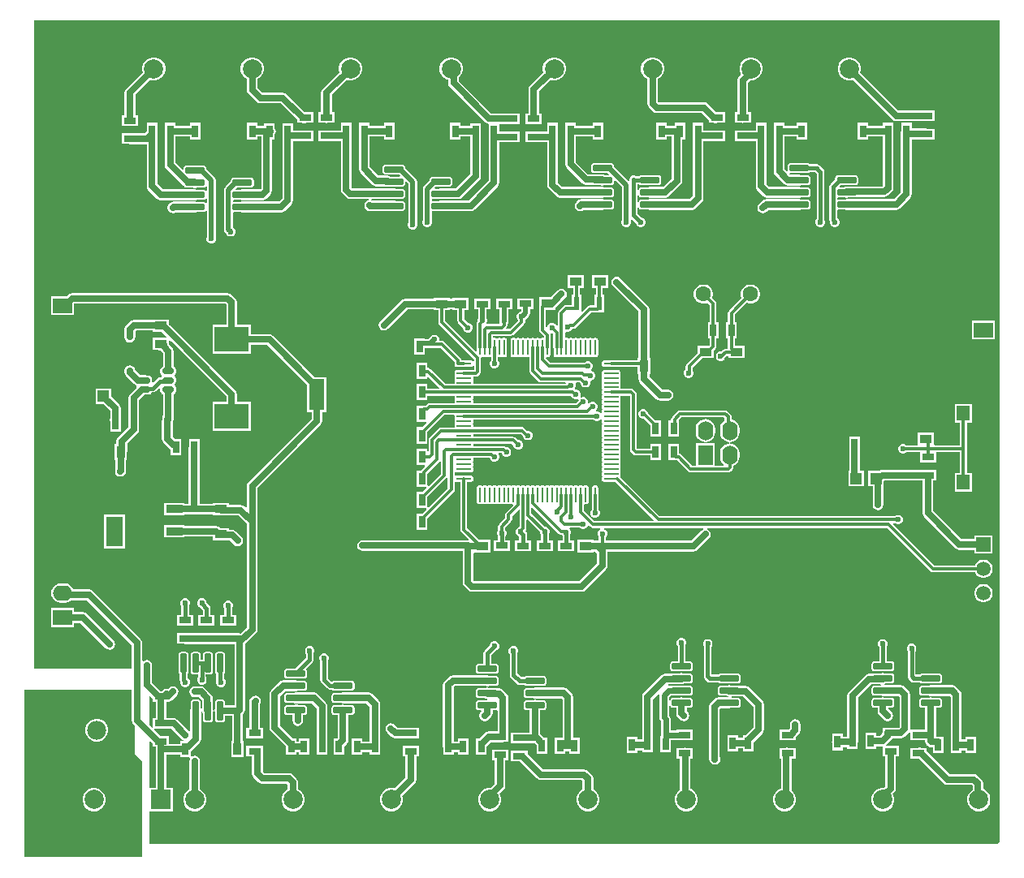
<source format=gtl>
G04*
G04 #@! TF.GenerationSoftware,Altium Limited,Altium Designer,22.7.1 (60)*
G04*
G04 Layer_Physical_Order=1*
G04 Layer_Color=255*
%FSLAX44Y44*%
%MOMM*%
G71*
G04*
G04 #@! TF.SameCoordinates,3B3FF853-3F63-4CB7-AB95-564DBE59FAD3*
G04*
G04*
G04 #@! TF.FilePolarity,Positive*
G04*
G01*
G75*
%ADD18R,1.3000X0.7000*%
%ADD19R,0.7000X1.3000*%
G04:AMPARAMS|DCode=20|XSize=1.56mm|YSize=0.25mm|CornerRadius=0.0313mm|HoleSize=0mm|Usage=FLASHONLY|Rotation=0.000|XOffset=0mm|YOffset=0mm|HoleType=Round|Shape=RoundedRectangle|*
%AMROUNDEDRECTD20*
21,1,1.5600,0.1875,0,0,0.0*
21,1,1.4975,0.2500,0,0,0.0*
1,1,0.0625,0.7488,-0.0938*
1,1,0.0625,-0.7488,-0.0938*
1,1,0.0625,-0.7488,0.0938*
1,1,0.0625,0.7488,0.0938*
%
%ADD20ROUNDEDRECTD20*%
G04:AMPARAMS|DCode=21|XSize=1.56mm|YSize=0.25mm|CornerRadius=0.0313mm|HoleSize=0mm|Usage=FLASHONLY|Rotation=270.000|XOffset=0mm|YOffset=0mm|HoleType=Round|Shape=RoundedRectangle|*
%AMROUNDEDRECTD21*
21,1,1.5600,0.1875,0,0,270.0*
21,1,1.4975,0.2500,0,0,270.0*
1,1,0.0625,-0.0938,-0.7488*
1,1,0.0625,-0.0938,0.7488*
1,1,0.0625,0.0938,0.7488*
1,1,0.0625,0.0938,-0.7488*
%
%ADD21ROUNDEDRECTD21*%
%ADD22R,1.3000X0.9000*%
G04:AMPARAMS|DCode=23|XSize=1.97mm|YSize=0.6mm|CornerRadius=0.075mm|HoleSize=0mm|Usage=FLASHONLY|Rotation=180.000|XOffset=0mm|YOffset=0mm|HoleType=Round|Shape=RoundedRectangle|*
%AMROUNDEDRECTD23*
21,1,1.9700,0.4500,0,0,180.0*
21,1,1.8200,0.6000,0,0,180.0*
1,1,0.1500,-0.9100,0.2250*
1,1,0.1500,0.9100,0.2250*
1,1,0.1500,0.9100,-0.2250*
1,1,0.1500,-0.9100,-0.2250*
%
%ADD23ROUNDEDRECTD23*%
%ADD24R,1.2000X1.2000*%
%ADD25R,0.6000X1.4000*%
%ADD26R,0.9000X1.3000*%
%ADD27R,1.7600X0.8800*%
%ADD28R,1.7600X3.1400*%
%ADD29R,1.6000X3.2000*%
G04:AMPARAMS|DCode=30|XSize=1.97mm|YSize=0.6mm|CornerRadius=0.075mm|HoleSize=0mm|Usage=FLASHONLY|Rotation=270.000|XOffset=0mm|YOffset=0mm|HoleType=Round|Shape=RoundedRectangle|*
%AMROUNDEDRECTD30*
21,1,1.9700,0.4500,0,0,270.0*
21,1,1.8200,0.6000,0,0,270.0*
1,1,0.1500,-0.2250,-0.9100*
1,1,0.1500,-0.2250,0.9100*
1,1,0.1500,0.2250,0.9100*
1,1,0.1500,0.2250,-0.9100*
%
%ADD30ROUNDEDRECTD30*%
G04:AMPARAMS|DCode=31|XSize=1.22mm|YSize=0.6mm|CornerRadius=0.15mm|HoleSize=0mm|Usage=FLASHONLY|Rotation=0.000|XOffset=0mm|YOffset=0mm|HoleType=Round|Shape=RoundedRectangle|*
%AMROUNDEDRECTD31*
21,1,1.2200,0.3000,0,0,0.0*
21,1,0.9200,0.6000,0,0,0.0*
1,1,0.3000,0.4600,-0.1500*
1,1,0.3000,-0.4600,-0.1500*
1,1,0.3000,-0.4600,0.1500*
1,1,0.3000,0.4600,0.1500*
%
%ADD31ROUNDEDRECTD31*%
%ADD32R,3.6000X2.6500*%
%ADD33R,1.1700X1.1800*%
%ADD34R,1.4000X1.6000*%
%ADD64C,0.7000*%
%ADD65C,0.6000*%
%ADD66C,0.4000*%
%ADD67C,0.3000*%
%ADD68C,0.5000*%
%ADD69R,2.0000X2.0000*%
%ADD70C,2.0000*%
%ADD71R,2.0000X1.6000*%
%ADD72O,2.0000X1.6000*%
%ADD73C,1.9800*%
%ADD74R,1.9800X1.9800*%
%ADD75C,1.5000*%
%ADD76R,1.5000X1.5000*%
%ADD77C,1.6000*%
%ADD78R,1.6000X2.0000*%
%ADD79O,1.6000X2.0000*%
%ADD80C,0.6000*%
G36*
X1017000Y16000D02*
X1015000Y14000D01*
X130000D01*
Y46937D01*
X130500Y48000D01*
X154500D01*
Y72000D01*
X148108D01*
Y106892D01*
X162500D01*
Y104000D01*
X172031D01*
X172709Y102730D01*
X172319Y102146D01*
X171892Y100000D01*
Y70589D01*
X170184Y69602D01*
X167950Y67368D01*
X166370Y64632D01*
X165552Y61580D01*
Y58420D01*
X166370Y55368D01*
X167950Y52632D01*
X170184Y50398D01*
X172920Y48818D01*
X175972Y48000D01*
X179132D01*
X182184Y48818D01*
X184920Y50398D01*
X187154Y52632D01*
X188734Y55368D01*
X189552Y58420D01*
Y61580D01*
X188734Y64632D01*
X187154Y67368D01*
X184920Y69602D01*
X183108Y70649D01*
Y100000D01*
X182681Y102146D01*
X181465Y103965D01*
X179646Y105181D01*
X177500Y105608D01*
X175354Y105181D01*
X174770Y104791D01*
X173500Y105470D01*
Y110623D01*
X174865Y111535D01*
X182615Y119285D01*
X183831Y121105D01*
X184258Y123251D01*
Y151690D01*
X185528Y151815D01*
X185669Y151104D01*
X186296Y150166D01*
Y143650D01*
X186510Y142577D01*
X187117Y141667D01*
X188027Y141060D01*
X189100Y140846D01*
X193600D01*
X194673Y141060D01*
X195583Y141667D01*
X196190Y142577D01*
X196404Y143650D01*
Y150414D01*
X196531Y150604D01*
X196958Y152750D01*
X196531Y154896D01*
X196458Y155006D01*
Y165949D01*
X196031Y168095D01*
X194815Y169914D01*
X188264Y176465D01*
X186445Y177681D01*
X184299Y178108D01*
X177500D01*
X175354Y177681D01*
X173535Y176465D01*
X172319Y174646D01*
X171892Y172500D01*
X172319Y170354D01*
X173535Y168535D01*
X175354Y167319D01*
X177500Y166892D01*
X181976D01*
X185242Y163626D01*
Y155501D01*
X183972Y155046D01*
X183704Y155372D01*
Y161850D01*
X183490Y162923D01*
X182883Y163833D01*
X181973Y164440D01*
X180900Y164654D01*
X176400D01*
X175327Y164440D01*
X174417Y163833D01*
X173810Y162923D01*
X173596Y161850D01*
Y155086D01*
X173469Y154896D01*
X173042Y152750D01*
Y131391D01*
X171772Y131006D01*
X171465Y131465D01*
X159465Y143465D01*
X157646Y144681D01*
X155500Y145108D01*
X148108D01*
Y161892D01*
X150000D01*
X150542Y162000D01*
X151000D01*
Y162091D01*
X152146Y162319D01*
X153965Y163535D01*
X158965Y168535D01*
X160181Y170354D01*
X160608Y172500D01*
X160181Y174646D01*
X158965Y176465D01*
X157146Y177681D01*
X155000Y178108D01*
X152854Y177681D01*
X151035Y176465D01*
X149865Y175296D01*
X148049Y175657D01*
X145904Y175230D01*
X144084Y174015D01*
X143177Y173108D01*
X141823D01*
X133108Y181823D01*
Y200000D01*
X132681Y202146D01*
X131465Y203965D01*
X129646Y205181D01*
X127500Y205608D01*
X125354Y205181D01*
X124378Y204529D01*
X123108Y205207D01*
Y223500D01*
X122681Y225646D01*
X121465Y227465D01*
X71287Y277643D01*
X69468Y278859D01*
X67322Y279286D01*
X51214D01*
X50735Y280443D01*
X49132Y282532D01*
X47043Y284135D01*
X44611Y285143D01*
X42000Y285486D01*
X38000D01*
X35389Y285143D01*
X32957Y284135D01*
X30868Y282532D01*
X29265Y280443D01*
X28257Y278011D01*
X27914Y275400D01*
X28257Y272789D01*
X29265Y270357D01*
X30868Y268268D01*
X32957Y266665D01*
X35389Y265657D01*
X38000Y265314D01*
X42000D01*
X44611Y265657D01*
X47043Y266665D01*
X48874Y268070D01*
X64999D01*
X111892Y221177D01*
Y197000D01*
X10000D01*
Y871730D01*
X10000Y872941D01*
X10006Y873000D01*
X11796Y873000D01*
X1017000D01*
Y16000D01*
D02*
G37*
G36*
X134000Y165069D02*
Y162000D01*
X136892D01*
Y145000D01*
X134000D01*
Y135727D01*
X132730Y135201D01*
X130000Y137930D01*
Y167410D01*
X131173Y167896D01*
X134000Y165069D01*
D02*
G37*
G36*
X142500Y133892D02*
X153177D01*
X163535Y123535D01*
X163535Y123535D01*
X165354Y122319D01*
X165601Y122270D01*
X165476Y121000D01*
X162500D01*
Y118108D01*
X151000D01*
Y126000D01*
X143042D01*
X142500Y126108D01*
X141823D01*
X135201Y132730D01*
X135727Y134000D01*
X141958D01*
X142500Y133892D01*
D02*
G37*
G36*
X134000Y118069D02*
Y115000D01*
X136892D01*
Y112500D01*
Y72000D01*
X130500D01*
X130000Y73063D01*
Y120410D01*
X131173Y120896D01*
X134000Y118069D01*
D02*
G37*
G36*
X111892Y142500D02*
X112319Y140354D01*
X113535Y138535D01*
X115000Y137070D01*
Y107500D01*
X122500Y100000D01*
Y0D01*
X0D01*
Y175000D01*
X111892D01*
Y142500D01*
D02*
G37*
%LPC*%
G36*
X554080Y834500D02*
X550920D01*
X547868Y833682D01*
X545132Y832102D01*
X542898Y829868D01*
X541318Y827132D01*
X540500Y824080D01*
Y820920D01*
X541026Y818957D01*
X527035Y804965D01*
X525819Y803146D01*
X525392Y801000D01*
Y776000D01*
X522500D01*
Y765000D01*
X530458D01*
X531000Y764892D01*
X531542Y765000D01*
X539500D01*
Y776000D01*
X536608D01*
Y798677D01*
X548957Y811026D01*
X550920Y810500D01*
X554080D01*
X557132Y811318D01*
X559868Y812898D01*
X562102Y815132D01*
X563682Y817868D01*
X564500Y820920D01*
Y824080D01*
X563682Y827132D01*
X562102Y829868D01*
X559868Y832102D01*
X557132Y833682D01*
X554080Y834500D01*
D02*
G37*
G36*
X341580D02*
X338420D01*
X335368Y833682D01*
X332632Y832102D01*
X330398Y829868D01*
X328818Y827132D01*
X328000Y824080D01*
Y820920D01*
X328526Y818957D01*
X311035Y801465D01*
X309819Y799646D01*
X309392Y797500D01*
Y777000D01*
X306500D01*
Y766000D01*
X314458D01*
X315000Y765892D01*
X315542Y766000D01*
X323500D01*
Y777000D01*
X320608D01*
Y795177D01*
X336457Y811026D01*
X338420Y810500D01*
X341580D01*
X344632Y811318D01*
X347368Y812898D01*
X349602Y815132D01*
X351182Y817868D01*
X352000Y820920D01*
Y824080D01*
X351182Y827132D01*
X349602Y829868D01*
X347368Y832102D01*
X344632Y833682D01*
X341580Y834500D01*
D02*
G37*
G36*
X136580D02*
X133420D01*
X130368Y833682D01*
X127632Y832102D01*
X125398Y829868D01*
X123818Y827132D01*
X123000Y824080D01*
Y820920D01*
X123526Y818957D01*
X106035Y801465D01*
X104819Y799646D01*
X104392Y797500D01*
Y774000D01*
X101500D01*
Y763000D01*
X109458D01*
X110000Y762892D01*
X110542Y763000D01*
X118500D01*
Y774000D01*
X115608D01*
Y795177D01*
X131457Y811026D01*
X133420Y810500D01*
X136580D01*
X139632Y811318D01*
X142368Y812898D01*
X144602Y815132D01*
X146182Y817868D01*
X147000Y820920D01*
Y824080D01*
X146182Y827132D01*
X144602Y829868D01*
X142368Y832102D01*
X139632Y833682D01*
X136580Y834500D01*
D02*
G37*
G36*
X861580D02*
X858420D01*
X855368Y833682D01*
X852632Y832102D01*
X850398Y829868D01*
X848818Y827132D01*
X848000Y824080D01*
Y820920D01*
X848818Y817868D01*
X850398Y815132D01*
X852632Y812898D01*
X855368Y811318D01*
X858420Y810500D01*
X861580D01*
X863543Y811026D01*
X905035Y769535D01*
X906854Y768319D01*
X909000Y767892D01*
X941000D01*
X941542Y768000D01*
X949500D01*
Y779000D01*
X941542D01*
X941000Y779108D01*
X911323D01*
X871474Y818957D01*
X872000Y820920D01*
Y824080D01*
X871182Y827132D01*
X869602Y829868D01*
X867368Y832102D01*
X864632Y833682D01*
X861580Y834500D01*
D02*
G37*
G36*
X759080D02*
X755920D01*
X752868Y833682D01*
X750132Y832102D01*
X747898Y829868D01*
X746318Y827132D01*
X745500Y824080D01*
Y820920D01*
X746318Y817868D01*
X747100Y816513D01*
X745035Y814447D01*
X743819Y812628D01*
X743392Y810482D01*
Y777000D01*
X740500D01*
Y766000D01*
X748458D01*
X749000Y765892D01*
X749542Y766000D01*
X757500D01*
Y777000D01*
X754608D01*
Y808159D01*
X756948Y810500D01*
X759080D01*
X762132Y811318D01*
X764868Y812898D01*
X767102Y815132D01*
X768682Y817868D01*
X769500Y820920D01*
Y824080D01*
X768682Y827132D01*
X767102Y829868D01*
X764868Y832102D01*
X762132Y833682D01*
X759080Y834500D01*
D02*
G37*
G36*
X656580D02*
X653420D01*
X650368Y833682D01*
X647632Y832102D01*
X645398Y829868D01*
X643818Y827132D01*
X643000Y824080D01*
Y820920D01*
X643818Y817868D01*
X645398Y815132D01*
X647632Y812898D01*
X649392Y811881D01*
Y786100D01*
X649819Y783954D01*
X651035Y782135D01*
X655135Y778035D01*
X656954Y776819D01*
X659100Y776392D01*
X706177D01*
X713500Y769070D01*
Y766000D01*
X718458D01*
X719000Y765892D01*
X722000D01*
X722542Y766000D01*
X730500D01*
Y777000D01*
X722542D01*
X722000Y777108D01*
X721323D01*
X712465Y785965D01*
X710646Y787181D01*
X708500Y787608D01*
X661423D01*
X660608Y788423D01*
Y811881D01*
X662368Y812898D01*
X664602Y815132D01*
X666182Y817868D01*
X667000Y820920D01*
Y824080D01*
X666182Y827132D01*
X664602Y829868D01*
X662368Y832102D01*
X659632Y833682D01*
X656580Y834500D01*
D02*
G37*
G36*
X239080D02*
X235920D01*
X232868Y833682D01*
X230132Y832102D01*
X227898Y829868D01*
X226318Y827132D01*
X225500Y824080D01*
Y820920D01*
X226318Y817868D01*
X227898Y815132D01*
X230132Y812898D01*
X231892Y811881D01*
Y800500D01*
X232319Y798354D01*
X233535Y796535D01*
X242035Y788035D01*
X243854Y786819D01*
X246000Y786392D01*
X267177D01*
X284500Y769070D01*
Y766000D01*
X289458D01*
X290000Y765892D01*
X293000D01*
X293542Y766000D01*
X301500D01*
Y777000D01*
X293542D01*
X293000Y777108D01*
X292323D01*
X273465Y795965D01*
X271646Y797181D01*
X269500Y797608D01*
X248323D01*
X243108Y802823D01*
Y811881D01*
X244868Y812898D01*
X247102Y815132D01*
X248682Y817868D01*
X249500Y820920D01*
Y824080D01*
X248682Y827132D01*
X247102Y829868D01*
X244868Y832102D01*
X242132Y833682D01*
X239080Y834500D01*
D02*
G37*
G36*
X816000Y766000D02*
X805000D01*
Y763108D01*
X792500D01*
Y766000D01*
X781500D01*
Y758042D01*
X781392Y757500D01*
Y715500D01*
X781819Y713354D01*
X783035Y711535D01*
X792185Y702385D01*
X794004Y701169D01*
X796150Y700742D01*
X807750D01*
X809896Y701169D01*
X810086Y701296D01*
X816850D01*
X817923Y701510D01*
X818833Y702117D01*
X819440Y703027D01*
X819654Y704100D01*
Y708600D01*
X819440Y709673D01*
X818833Y710583D01*
X817923Y711190D01*
X816850Y711404D01*
X810086D01*
X809896Y711531D01*
X807750Y711958D01*
X798473D01*
X797501Y712930D01*
X798126Y714100D01*
X798650Y713996D01*
X816850D01*
X817923Y714210D01*
X818833Y714817D01*
X818936Y714972D01*
X824261D01*
X824611Y714621D01*
X824614Y714619D01*
X824616Y714616D01*
X825922Y713311D01*
Y665493D01*
X825761Y665332D01*
X825000Y663495D01*
Y661505D01*
X825761Y659668D01*
X827168Y658261D01*
X829005Y657500D01*
X830995D01*
X832832Y658261D01*
X834239Y659668D01*
X835000Y661505D01*
Y663495D01*
X834239Y665332D01*
X834078Y665493D01*
Y715000D01*
X834078Y715000D01*
X833768Y716561D01*
X832884Y717884D01*
X830384Y720384D01*
X830381Y720386D01*
X830379Y720389D01*
X830377Y720391D01*
X830377Y720391D01*
X830371Y720396D01*
X828834Y721934D01*
X827511Y722818D01*
X825950Y723128D01*
X825950Y723128D01*
X818936D01*
X818833Y723283D01*
X817923Y723890D01*
X816850Y724104D01*
X798650D01*
X797577Y723890D01*
X796667Y723283D01*
X796060Y722373D01*
X795846Y721300D01*
Y716800D01*
X795950Y716276D01*
X794780Y715651D01*
X792608Y717823D01*
Y751892D01*
X805000D01*
Y749000D01*
X816000D01*
Y756958D01*
X816108Y757500D01*
X816000Y758042D01*
Y766000D01*
D02*
G37*
G36*
X386000D02*
X375000D01*
Y763108D01*
X360000D01*
Y766000D01*
X349000D01*
Y758042D01*
X348892Y757500D01*
Y718000D01*
X349319Y715854D01*
X350535Y714035D01*
X359335Y705235D01*
X359335Y705235D01*
X362992Y701578D01*
X364811Y700362D01*
X366957Y699935D01*
X378607D01*
X378663Y699946D01*
X394100D01*
X395173Y700160D01*
X396083Y700767D01*
X396690Y701677D01*
X396904Y702750D01*
Y704498D01*
X398077Y704984D01*
X400412Y702650D01*
Y661989D01*
X400000Y660995D01*
Y659005D01*
X400761Y657168D01*
X402168Y655761D01*
X404005Y655000D01*
X405995D01*
X407832Y655761D01*
X409239Y657168D01*
X410000Y659005D01*
Y660995D01*
X409588Y661989D01*
Y704550D01*
X409239Y706306D01*
X408244Y707794D01*
X396904Y719135D01*
Y719950D01*
X396690Y721023D01*
X396083Y721933D01*
X395173Y722540D01*
X394100Y722754D01*
X375900D01*
X374827Y722540D01*
X373917Y721933D01*
X373310Y721023D01*
X373096Y719950D01*
Y715450D01*
X373310Y714377D01*
X373917Y713467D01*
X374827Y712860D01*
X375900Y712646D01*
X390415D01*
X391834Y711227D01*
X391348Y710054D01*
X381756D01*
X380753Y710724D01*
X378607Y711151D01*
X369280D01*
X367265Y713165D01*
X367265Y713165D01*
X360108Y720323D01*
Y751892D01*
X375000D01*
Y749000D01*
X386000D01*
Y756958D01*
X386108Y757500D01*
X386000Y758042D01*
Y766000D01*
D02*
G37*
G36*
X183500D02*
X172500D01*
Y763108D01*
X157500D01*
Y766000D01*
X146500D01*
Y758042D01*
X146392Y757500D01*
Y722111D01*
X146819Y719965D01*
X148035Y718146D01*
X165796Y700385D01*
X166444Y699952D01*
X166667Y699617D01*
X167577Y699010D01*
X168650Y698796D01*
X169490D01*
X169761Y698742D01*
X175495D01*
X175604Y698669D01*
X177750Y698242D01*
X179896Y698669D01*
X180086Y698796D01*
X186850D01*
X187923Y699010D01*
X188833Y699617D01*
X189142Y700080D01*
X190412Y699695D01*
Y695305D01*
X189142Y694920D01*
X188833Y695383D01*
X187923Y695990D01*
X186850Y696204D01*
X180086D01*
X179896Y696331D01*
X177750Y696758D01*
X144473D01*
X138608Y702623D01*
Y754500D01*
Y757500D01*
X138500Y758042D01*
Y766000D01*
X127500D01*
Y758042D01*
X127392Y757500D01*
Y756823D01*
X125677Y755108D01*
X110000D01*
X109458Y755000D01*
X101500D01*
Y744000D01*
X109458D01*
X110000Y743892D01*
X127392D01*
Y700300D01*
X127819Y698154D01*
X129035Y696335D01*
X138185Y687185D01*
X140004Y685969D01*
X142150Y685542D01*
X177750D01*
X179896Y685969D01*
X180086Y686096D01*
X186850D01*
X187923Y686310D01*
X188833Y686917D01*
X189142Y687380D01*
X190412Y686995D01*
Y682605D01*
X189142Y682220D01*
X188833Y682683D01*
X187923Y683290D01*
X186850Y683504D01*
X180086D01*
X179896Y683631D01*
X177750Y684058D01*
X155950D01*
X153804Y683631D01*
X151985Y682415D01*
X151035Y681465D01*
X149819Y679646D01*
X149392Y677500D01*
X149819Y675354D01*
X151035Y673535D01*
X152854Y672319D01*
X155000Y671892D01*
X157146Y672319D01*
X157929Y672842D01*
X177750D01*
X179896Y673269D01*
X180086Y673396D01*
X186850D01*
X187923Y673610D01*
X188833Y674217D01*
X189142Y674680D01*
X190412Y674295D01*
Y646989D01*
X190000Y645995D01*
Y644005D01*
X190761Y642168D01*
X192168Y640761D01*
X194005Y640000D01*
X195995D01*
X197832Y640761D01*
X199239Y642168D01*
X200000Y644005D01*
Y645995D01*
X199588Y646989D01*
Y706150D01*
X199239Y707906D01*
X198244Y709394D01*
X189654Y717985D01*
Y718800D01*
X189440Y719873D01*
X188833Y720783D01*
X187923Y721390D01*
X186850Y721604D01*
X168650D01*
X167577Y721390D01*
X166667Y720783D01*
X166060Y719873D01*
X165846Y718800D01*
Y717855D01*
X164673Y717369D01*
X157608Y724434D01*
Y751892D01*
X172500D01*
Y749000D01*
X183500D01*
Y756958D01*
X183608Y757500D01*
X183500Y758042D01*
Y766000D01*
D02*
G37*
G36*
X243000D02*
X232000D01*
Y758042D01*
X231892Y757500D01*
X232000Y756958D01*
Y749000D01*
X243000D01*
Y751892D01*
X246892D01*
Y697573D01*
X246077Y696758D01*
X227250D01*
X225104Y696331D01*
X224914Y696204D01*
X220902D01*
X220416Y697377D01*
X221835Y698796D01*
X236350D01*
X237423Y699010D01*
X238333Y699617D01*
X238940Y700527D01*
X239154Y701600D01*
Y706100D01*
X238940Y707173D01*
X238333Y708083D01*
X237423Y708690D01*
X236350Y708904D01*
X218150D01*
X217077Y708690D01*
X216167Y708083D01*
X215560Y707173D01*
X215346Y706100D01*
Y705285D01*
X209656Y699594D01*
X208661Y698106D01*
X208312Y696350D01*
Y654871D01*
X208661Y653115D01*
X209656Y651626D01*
X210158Y651124D01*
X210761Y649668D01*
X212168Y648261D01*
X214005Y647500D01*
X215995D01*
X217832Y648261D01*
X219239Y649668D01*
X220000Y651505D01*
Y653495D01*
X219239Y655332D01*
X217832Y656739D01*
X217488Y656881D01*
Y672853D01*
X218150Y673396D01*
X224914D01*
X225104Y673269D01*
X227250Y672842D01*
X267899D01*
X270046Y673269D01*
X271865Y674485D01*
X278465Y681085D01*
X279681Y682905D01*
X280108Y685051D01*
Y746892D01*
X293000D01*
X293542Y747000D01*
X301500D01*
Y758000D01*
X293542D01*
X293000Y758108D01*
X280000D01*
Y765500D01*
X269000D01*
Y757542D01*
X268892Y757000D01*
Y754000D01*
Y687373D01*
X265577Y684058D01*
X227250D01*
X225104Y683631D01*
X224914Y683504D01*
X218150D01*
X217488Y684047D01*
Y685553D01*
X218150Y686096D01*
X224914D01*
X225104Y685969D01*
X227250Y685542D01*
X248400D01*
X250546Y685969D01*
X252365Y687185D01*
X256465Y691285D01*
X257681Y693104D01*
X258108Y695250D01*
Y748500D01*
X261000D01*
Y754335D01*
X261681Y755354D01*
X262108Y757500D01*
X261681Y759646D01*
X261000Y760665D01*
Y765500D01*
X250000D01*
Y763108D01*
X243000D01*
Y766000D01*
D02*
G37*
G36*
X925000D02*
X914000D01*
Y758042D01*
X913892Y757500D01*
Y754500D01*
Y693823D01*
X906627Y686558D01*
X857250D01*
X855104Y686131D01*
X854914Y686004D01*
X848150D01*
X847478Y686555D01*
Y688045D01*
X848150Y688596D01*
X854914D01*
X855104Y688469D01*
X857250Y688042D01*
X859396Y688469D01*
X859505Y688542D01*
X896400D01*
X898546Y688969D01*
X900365Y690185D01*
X904465Y694285D01*
X905681Y696105D01*
X906108Y698251D01*
Y757500D01*
X906000Y758042D01*
Y766000D01*
X895000D01*
Y763108D01*
X880000D01*
Y766000D01*
X869000D01*
Y758042D01*
X868892Y757500D01*
X869000Y756958D01*
Y749000D01*
X880000D01*
Y751892D01*
X894892D01*
Y700573D01*
X894077Y699758D01*
X857750D01*
X855604Y699331D01*
X854666Y698704D01*
X850181D01*
X849695Y699877D01*
X851114Y701296D01*
X866350D01*
X867423Y701510D01*
X868333Y702117D01*
X868940Y703027D01*
X869154Y704100D01*
Y708600D01*
X868940Y709673D01*
X868333Y710583D01*
X867423Y711190D01*
X866350Y711404D01*
X848150D01*
X847077Y711190D01*
X846167Y710583D01*
X845560Y709673D01*
X845346Y708600D01*
Y707064D01*
X840516Y702234D01*
X839632Y700911D01*
X839322Y699350D01*
X839322Y699350D01*
Y664641D01*
X839322Y664641D01*
X839632Y663081D01*
X840000Y662530D01*
Y661505D01*
X840761Y659668D01*
X842168Y658261D01*
X844005Y657500D01*
X845995D01*
X847832Y658261D01*
X849239Y659668D01*
X850000Y661505D01*
Y663495D01*
X849239Y665332D01*
X847832Y666739D01*
X847478Y666885D01*
Y675345D01*
X848150Y675896D01*
X854914D01*
X855104Y675769D01*
X857250Y675342D01*
X908950D01*
X911096Y675769D01*
X912915Y676985D01*
X923465Y687535D01*
X924681Y689354D01*
X925108Y691500D01*
Y748892D01*
X941000D01*
X941542Y749000D01*
X949500D01*
Y760000D01*
X941542D01*
X941000Y760108D01*
X925000D01*
Y766000D01*
D02*
G37*
G36*
X773500D02*
X762500D01*
Y758108D01*
X749000D01*
X748458Y758000D01*
X740500D01*
Y747000D01*
X748458D01*
X749000Y746892D01*
X762392D01*
Y700000D01*
X762819Y697854D01*
X764035Y696035D01*
X770385Y689685D01*
X772204Y688469D01*
X774350Y688042D01*
X807750D01*
X809896Y688469D01*
X810086Y688596D01*
X816850D01*
X817923Y688810D01*
X818833Y689417D01*
X819440Y690327D01*
X819654Y691400D01*
Y695900D01*
X819440Y696973D01*
X818833Y697883D01*
X817923Y698490D01*
X816850Y698704D01*
X810086D01*
X809896Y698831D01*
X807750Y699258D01*
X776673D01*
X773608Y702323D01*
Y750000D01*
Y757500D01*
X773500Y758042D01*
Y766000D01*
D02*
G37*
G36*
X708000D02*
X697000D01*
Y758042D01*
X696892Y757500D01*
Y750000D01*
Y689823D01*
X693627Y686558D01*
X652250D01*
X650104Y686131D01*
X649914Y686004D01*
X643150D01*
X642077Y685790D01*
X641167Y685183D01*
X640560Y684273D01*
X640346Y683200D01*
X639078Y683205D01*
Y691395D01*
X640346Y691400D01*
X640560Y690327D01*
X641167Y689417D01*
X642077Y688810D01*
X643150Y688596D01*
X649914D01*
X650104Y688469D01*
X652250Y688042D01*
X668252D01*
X670398Y688469D01*
X672217Y689685D01*
X684373Y701840D01*
X685588Y703659D01*
X686015Y705805D01*
Y749000D01*
X689000D01*
Y756958D01*
X689108Y757500D01*
X689000Y758042D01*
Y766000D01*
X678000D01*
Y763108D01*
X670000D01*
Y766000D01*
X659000D01*
Y758042D01*
X658892Y757500D01*
X659000Y756958D01*
Y749000D01*
X670000D01*
Y751892D01*
X674800D01*
Y708128D01*
X665929Y699258D01*
X652250D01*
X650104Y698831D01*
X649914Y698704D01*
X643150D01*
X642077Y698490D01*
X641167Y697883D01*
X640560Y696973D01*
X640346Y695900D01*
X639078Y695905D01*
Y702272D01*
X641064D01*
X641167Y702117D01*
X642077Y701510D01*
X643150Y701296D01*
X661350D01*
X662423Y701510D01*
X663333Y702117D01*
X663940Y703027D01*
X664154Y704100D01*
Y708600D01*
X663940Y709673D01*
X663333Y710583D01*
X662423Y711190D01*
X661350Y711404D01*
X643150D01*
X642077Y711190D01*
X641167Y710583D01*
X641064Y710428D01*
X637817D01*
X636561Y711268D01*
X635000Y711578D01*
X633439Y711268D01*
X632116Y710384D01*
X631232Y709061D01*
X630922Y707500D01*
X630922Y707500D01*
Y706013D01*
X629652Y705487D01*
X614654Y720485D01*
Y721300D01*
X614440Y722373D01*
X613833Y723283D01*
X612923Y723890D01*
X611850Y724104D01*
X593650D01*
X592577Y723890D01*
X591667Y723283D01*
X591060Y722373D01*
X590846Y721300D01*
Y716800D01*
X591060Y715727D01*
X591667Y714817D01*
X592577Y714210D01*
X593650Y713996D01*
X608165D01*
X609584Y712577D01*
X609098Y711404D01*
X605334D01*
X604396Y712031D01*
X602250Y712458D01*
X587973D01*
X575108Y725323D01*
Y751892D01*
X592500D01*
Y749000D01*
X603500D01*
Y756958D01*
X603608Y757500D01*
X603500Y758042D01*
Y766000D01*
X592500D01*
Y763108D01*
X575000D01*
Y766000D01*
X564000D01*
Y758042D01*
X563892Y757500D01*
Y723000D01*
X564319Y720854D01*
X565535Y719035D01*
X581685Y702885D01*
X583504Y701669D01*
X585650Y701242D01*
X600495D01*
X600604Y701169D01*
X602750Y700742D01*
X604896Y701169D01*
X605086Y701296D01*
X611850D01*
X612923Y701510D01*
X613833Y702117D01*
X614440Y703027D01*
X614654Y704100D01*
Y705848D01*
X615827Y706334D01*
X622912Y699250D01*
Y664489D01*
X622500Y663495D01*
Y661505D01*
X623261Y659668D01*
X624668Y658261D01*
X626505Y657500D01*
X628495D01*
X630332Y658261D01*
X631739Y659668D01*
X632500Y661505D01*
Y663495D01*
X632088Y664489D01*
Y665348D01*
X633358Y665874D01*
X637500Y661732D01*
Y661505D01*
X638261Y659668D01*
X639668Y658261D01*
X641505Y657500D01*
X643495D01*
X645332Y658261D01*
X646739Y659668D01*
X647500Y661505D01*
Y663495D01*
X646739Y665332D01*
X645332Y666739D01*
X643495Y667500D01*
X643268D01*
X639078Y671689D01*
Y678695D01*
X640346Y678700D01*
X640560Y677627D01*
X641167Y676717D01*
X642077Y676110D01*
X643150Y675896D01*
X649914D01*
X650104Y675769D01*
X652250Y675342D01*
X695950D01*
X698096Y675769D01*
X699915Y676985D01*
X706465Y683535D01*
X707681Y685354D01*
X708108Y687500D01*
Y746892D01*
X722000D01*
X722542Y747000D01*
X730500D01*
Y758000D01*
X722542D01*
X722000Y758108D01*
X708000D01*
Y766000D01*
D02*
G37*
G36*
X556000D02*
X545000D01*
Y758042D01*
X544892Y757500D01*
Y757108D01*
X531000D01*
X530458Y757000D01*
X522500D01*
Y746000D01*
X530458D01*
X531000Y745892D01*
X544892D01*
Y701500D01*
X545319Y699354D01*
X546535Y697535D01*
X554385Y689685D01*
X556204Y688469D01*
X558350Y688042D01*
X602750D01*
X604896Y688469D01*
X605086Y688596D01*
X611850D01*
X612923Y688810D01*
X613833Y689417D01*
X614440Y690327D01*
X614654Y691400D01*
Y695900D01*
X614440Y696973D01*
X613833Y697883D01*
X612923Y698490D01*
X611850Y698704D01*
X605086D01*
X604896Y698831D01*
X602750Y699258D01*
X560673D01*
X556108Y703823D01*
Y752000D01*
Y757500D01*
X556000Y758042D01*
Y766000D01*
D02*
G37*
G36*
X446580Y834500D02*
X443420D01*
X440368Y833682D01*
X437632Y832102D01*
X435398Y829868D01*
X433818Y827132D01*
X433000Y824080D01*
Y820920D01*
X433818Y817868D01*
X435398Y815132D01*
X437632Y812898D01*
X440368Y811318D01*
X441880Y810913D01*
Y807513D01*
X442307Y805367D01*
X443522Y803547D01*
X480535Y766535D01*
X482354Y765319D01*
X484000Y764992D01*
Y757542D01*
X483892Y757000D01*
Y750000D01*
Y705823D01*
X463277Y685208D01*
X434500D01*
X432354Y684781D01*
X432164Y684654D01*
X425400D01*
X424588Y685320D01*
Y686580D01*
X425400Y687246D01*
X432164D01*
X432354Y687119D01*
X434500Y686692D01*
X452300D01*
X454446Y687119D01*
X456265Y688335D01*
X474465Y706535D01*
X475681Y708354D01*
X476108Y710500D01*
Y757500D01*
X476000Y758042D01*
Y765500D01*
X465000D01*
Y763108D01*
X455000D01*
Y766000D01*
X444000D01*
Y758042D01*
X443892Y757500D01*
X444000Y756958D01*
Y749000D01*
X455000D01*
Y751892D01*
X464892D01*
Y712823D01*
X449977Y697908D01*
X434500D01*
X432354Y697481D01*
X432164Y697354D01*
X428152D01*
X427666Y698527D01*
X429085Y699946D01*
X443600D01*
X444673Y700160D01*
X445583Y700767D01*
X446190Y701677D01*
X446404Y702750D01*
Y707250D01*
X446190Y708323D01*
X445583Y709233D01*
X444673Y709840D01*
X443600Y710054D01*
X425400D01*
X424327Y709840D01*
X423417Y709233D01*
X422809Y708323D01*
X422596Y707250D01*
Y706435D01*
X416756Y700594D01*
X415761Y699106D01*
X415412Y697350D01*
Y664489D01*
X415000Y663495D01*
Y661505D01*
X415761Y659668D01*
X417168Y658261D01*
X419005Y657500D01*
X420995D01*
X422832Y658261D01*
X424239Y659668D01*
X425000Y661505D01*
Y663495D01*
X424588Y664489D01*
Y673880D01*
X425400Y674546D01*
X432164D01*
X432354Y674419D01*
X434500Y673992D01*
X465600D01*
X467746Y674419D01*
X469565Y675635D01*
X493465Y699535D01*
X494681Y701354D01*
X495108Y703500D01*
Y745892D01*
X508000D01*
X508542Y746000D01*
X516500D01*
Y757000D01*
X508542D01*
X508000Y757108D01*
X495086D01*
X495000Y757542D01*
Y764892D01*
X508000D01*
X508542Y765000D01*
X516500D01*
Y776000D01*
X508542D01*
X508000Y776108D01*
X486823D01*
X453095Y809835D01*
Y813625D01*
X454602Y815132D01*
X456182Y817868D01*
X457000Y820920D01*
Y824080D01*
X456182Y827132D01*
X454602Y829868D01*
X452368Y832102D01*
X449632Y833682D01*
X446580Y834500D01*
D02*
G37*
G36*
X341000Y766000D02*
X330000D01*
Y758108D01*
X315000D01*
X314458Y758000D01*
X306500D01*
Y747000D01*
X314458D01*
X315000Y746892D01*
X329892D01*
Y696401D01*
X330319Y694255D01*
X331535Y692435D01*
X335635Y688335D01*
X337454Y687119D01*
X339600Y686692D01*
X358942D01*
X359068Y685422D01*
X357854Y685181D01*
X356035Y683965D01*
X354819Y682146D01*
X354392Y680000D01*
X354819Y677854D01*
X356035Y676035D01*
X356435Y675635D01*
X358254Y674419D01*
X360400Y673992D01*
X385000D01*
X387146Y674419D01*
X387336Y674546D01*
X394100D01*
X395173Y674760D01*
X396083Y675367D01*
X396690Y676277D01*
X396904Y677350D01*
Y681850D01*
X396690Y682923D01*
X396083Y683833D01*
X395173Y684440D01*
X394100Y684654D01*
X387336D01*
X387146Y684781D01*
X385000Y685208D01*
X362148D01*
X361678Y685422D01*
X361954Y686692D01*
X385000D01*
X387146Y687119D01*
X387336Y687246D01*
X394100D01*
X395173Y687460D01*
X396083Y688067D01*
X396690Y688977D01*
X396904Y690050D01*
Y694550D01*
X396690Y695623D01*
X396083Y696533D01*
X395173Y697140D01*
X394100Y697354D01*
X387336D01*
X387146Y697481D01*
X385000Y697908D01*
X341923D01*
X341108Y698723D01*
Y754500D01*
Y757500D01*
X341000Y758042D01*
Y766000D01*
D02*
G37*
G36*
X602750Y686558D02*
X580687D01*
X578541Y686131D01*
X576722Y684915D01*
X575326Y683520D01*
X574111Y681701D01*
X573684Y679555D01*
X574111Y677409D01*
X575326Y675590D01*
X577146Y674374D01*
X579292Y673947D01*
X581438Y674374D01*
X582887Y675342D01*
X602750D01*
X604896Y675769D01*
X605086Y675896D01*
X611850D01*
X612923Y676110D01*
X613833Y676717D01*
X614440Y677627D01*
X614654Y678700D01*
Y683200D01*
X614440Y684273D01*
X613833Y685183D01*
X612923Y685790D01*
X611850Y686004D01*
X605086D01*
X604896Y686131D01*
X602750Y686558D01*
D02*
G37*
G36*
X807750D02*
X773450D01*
X771304Y686131D01*
X769485Y684915D01*
X766035Y681465D01*
X764819Y679646D01*
X764392Y677500D01*
X764819Y675354D01*
X766035Y673535D01*
X767854Y672319D01*
X770000Y671892D01*
X772146Y672319D01*
X773965Y673535D01*
X775773Y675342D01*
X807750D01*
X809896Y675769D01*
X810086Y675896D01*
X816850D01*
X817923Y676110D01*
X818833Y676717D01*
X819440Y677627D01*
X819654Y678700D01*
Y683200D01*
X819440Y684273D01*
X818833Y685183D01*
X817923Y685790D01*
X816850Y686004D01*
X810086D01*
X809896Y686131D01*
X807750Y686558D01*
D02*
G37*
G36*
X758316Y597500D02*
X755684D01*
X753140Y596819D01*
X750860Y595502D01*
X748998Y593640D01*
X747682Y591360D01*
X747000Y588816D01*
Y586184D01*
X747682Y583640D01*
X747832Y583379D01*
X734477Y570023D01*
X733703Y568866D01*
X733431Y567500D01*
Y558500D01*
X731500D01*
Y541500D01*
X733431D01*
Y530569D01*
X731456D01*
X730091Y530297D01*
X728933Y529523D01*
X726742Y527332D01*
X724982D01*
X723145Y526571D01*
X721738Y525165D01*
X720977Y523327D01*
Y521338D01*
X721738Y519500D01*
X723145Y518094D01*
X724982Y517332D01*
X726971D01*
X728809Y518094D01*
X730216Y519500D01*
X730977Y521338D01*
Y521474D01*
X732730Y523227D01*
X734000Y522938D01*
Y520500D01*
X751000D01*
Y533500D01*
X740569D01*
Y541500D01*
X742500D01*
Y558500D01*
X740569D01*
Y566022D01*
X752879Y578332D01*
X753140Y578181D01*
X755684Y577500D01*
X758316D01*
X760860Y578181D01*
X763140Y579498D01*
X765002Y581360D01*
X766319Y583640D01*
X767000Y586184D01*
Y588816D01*
X766319Y591360D01*
X765002Y593640D01*
X763140Y595502D01*
X760860Y596819D01*
X758316Y597500D01*
D02*
G37*
G36*
X608500Y607000D02*
X591500D01*
Y594000D01*
X595931D01*
Y586500D01*
X594500D01*
Y575569D01*
X589500D01*
X588134Y575297D01*
X586977Y574523D01*
X581770Y569317D01*
X580500Y569843D01*
Y586500D01*
X579069D01*
Y594000D01*
X583500D01*
Y607000D01*
X566500D01*
Y594000D01*
X571931D01*
Y586500D01*
X570500D01*
Y576137D01*
X565068D01*
X563702Y575865D01*
X562545Y575091D01*
X557477Y570023D01*
X556703Y568866D01*
X556431Y567500D01*
Y553521D01*
X555161Y552842D01*
X555000Y552950D01*
Y553495D01*
X554239Y555332D01*
X552832Y556739D01*
X550995Y557500D01*
X549005D01*
X547168Y556739D01*
X545761Y555332D01*
X545000Y553495D01*
Y553122D01*
X543730Y552388D01*
X543569Y552481D01*
Y571000D01*
X553500D01*
Y573224D01*
X553965Y573535D01*
X563965Y583535D01*
X565181Y585354D01*
X565608Y587500D01*
X565181Y589646D01*
X563965Y591465D01*
X562146Y592681D01*
X560000Y593108D01*
X557854Y592681D01*
X556035Y591465D01*
X548569Y584000D01*
X536500D01*
Y574845D01*
X536431Y574500D01*
Y550000D01*
X536703Y548634D01*
X537477Y547477D01*
X541431Y543522D01*
Y542051D01*
X540937Y541645D01*
X539062D01*
X538160Y541466D01*
X537500Y541025D01*
X536840Y541466D01*
X535938Y541645D01*
X534062D01*
X533160Y541466D01*
X532500Y541025D01*
X531840Y541466D01*
X530938Y541645D01*
X529062D01*
X528160Y541466D01*
X527500Y541025D01*
X526840Y541466D01*
X525938Y541645D01*
X524062D01*
X523160Y541466D01*
X522500Y541025D01*
X521840Y541466D01*
X520938Y541645D01*
X519062D01*
X518160Y541466D01*
X517500Y541025D01*
X516840Y541466D01*
X515938Y541645D01*
X514062D01*
X513160Y541466D01*
X512500Y541025D01*
X511840Y541466D01*
X510938Y541645D01*
X509062D01*
X508160Y541466D01*
X507395Y540955D01*
X506884Y540190D01*
X506705Y539287D01*
Y524313D01*
X506884Y523410D01*
X507395Y522645D01*
X508160Y522134D01*
X509062Y521955D01*
X510938D01*
X511840Y522134D01*
X512500Y522575D01*
X513160Y522134D01*
X514062Y521955D01*
X515938D01*
X516840Y522134D01*
X517500Y522575D01*
X518160Y522134D01*
X519062Y521955D01*
X520938D01*
X521840Y522134D01*
X522500Y522575D01*
X523160Y522134D01*
X524062Y521955D01*
X525938D01*
X526431Y521549D01*
Y507500D01*
X526703Y506134D01*
X527477Y504977D01*
X535977Y496477D01*
X537134Y495703D01*
X538500Y495431D01*
X563700D01*
X564472Y494180D01*
X564145Y493569D01*
X468451D01*
X468045Y494062D01*
Y495938D01*
X467866Y496840D01*
X467425Y497500D01*
X467866Y498160D01*
X468045Y499062D01*
Y500938D01*
X468451Y501431D01*
X470743D01*
X472108Y501703D01*
X473266Y502477D01*
X475023Y504234D01*
X475797Y505392D01*
X476069Y506757D01*
Y520483D01*
X476022Y520719D01*
X476020Y520747D01*
X476626Y521772D01*
X478037Y522217D01*
X478160Y522134D01*
X479062Y521955D01*
X480938D01*
X481840Y522134D01*
X482500Y522575D01*
X483160Y522134D01*
X484062Y521955D01*
X485938D01*
X486431Y521549D01*
Y518503D01*
X485761Y517832D01*
X485000Y515995D01*
Y514005D01*
X485761Y512168D01*
X487168Y510761D01*
X489005Y510000D01*
X490995D01*
X492832Y510761D01*
X494239Y512168D01*
X495000Y514005D01*
Y515995D01*
X494239Y517832D01*
X493569Y518503D01*
Y521549D01*
X494062Y521955D01*
X495938D01*
X496840Y522134D01*
X497500Y522575D01*
X498160Y522134D01*
X499062Y521955D01*
X500938D01*
X501840Y522134D01*
X502605Y522645D01*
X503116Y523410D01*
X503295Y524313D01*
Y539287D01*
X503116Y540190D01*
X502605Y540955D01*
X501840Y541466D01*
X500938Y541645D01*
X499062D01*
X498160Y541466D01*
X497500Y541025D01*
X496840Y541466D01*
X495938Y541645D01*
X494062D01*
X493160Y541466D01*
X492500Y541025D01*
X491840Y541466D01*
X490938Y541645D01*
X489062D01*
X488569Y542051D01*
Y543931D01*
X507500D01*
X508866Y544203D01*
X510023Y544977D01*
X520970Y555923D01*
X521744Y557081D01*
X522015Y558447D01*
Y560551D01*
X522304Y560839D01*
X522545Y561000D01*
X525744Y564200D01*
X526739Y565688D01*
X527088Y567444D01*
Y572000D01*
X531000D01*
Y583000D01*
X514000D01*
Y572000D01*
X517912D01*
Y569345D01*
X517621Y569053D01*
X517452D01*
X515614Y568292D01*
X514208Y566886D01*
X513447Y565048D01*
Y563059D01*
X514208Y561221D01*
X514878Y560551D01*
Y559925D01*
X506022Y551069D01*
X502775D01*
X502289Y552242D01*
X502523Y552477D01*
X503297Y553634D01*
X503569Y555000D01*
Y556497D01*
X504239Y557168D01*
X505000Y559005D01*
Y560995D01*
X504588Y561989D01*
Y571500D01*
X508500D01*
Y582500D01*
X491500D01*
Y571500D01*
X495412D01*
Y561989D01*
X495000Y560995D01*
Y559005D01*
X495690Y557339D01*
X495413Y556618D01*
X495064Y556069D01*
X482436D01*
X482087Y556618D01*
X481810Y557339D01*
X482500Y559005D01*
Y560995D01*
X482088Y561989D01*
Y571500D01*
X486000D01*
Y582500D01*
X469000D01*
Y571500D01*
X472912D01*
Y561989D01*
X472500Y560995D01*
Y559289D01*
X472477Y559266D01*
X471703Y558108D01*
X471431Y556743D01*
Y531800D01*
X471703Y530434D01*
X471705Y530432D01*
Y527985D01*
X470531Y527499D01*
X438569Y559462D01*
Y570500D01*
X443500D01*
Y571392D01*
X446500D01*
Y570500D01*
X451431D01*
Y560000D01*
X451703Y558634D01*
X452477Y557477D01*
X457500Y552453D01*
Y551506D01*
X458261Y549668D01*
X459668Y548261D01*
X461505Y547500D01*
X463495D01*
X465332Y548261D01*
X466739Y549668D01*
X467500Y551506D01*
Y553495D01*
X466739Y555332D01*
X465332Y556739D01*
X463495Y557500D01*
X462547D01*
X458569Y561478D01*
Y570500D01*
X463500D01*
Y583500D01*
X446500D01*
Y582608D01*
X443500D01*
Y583500D01*
X426500D01*
Y582608D01*
X397000D01*
X394854Y582181D01*
X393035Y580965D01*
X371035Y558965D01*
X369819Y557146D01*
X369392Y555000D01*
X369819Y552854D01*
X371035Y551035D01*
X372854Y549819D01*
X375000Y549392D01*
X377146Y549819D01*
X378965Y551035D01*
X399323Y571392D01*
X426500D01*
Y570500D01*
X431431D01*
Y557983D01*
X431703Y556618D01*
X432477Y555460D01*
X468931Y519005D01*
Y517497D01*
X467661Y517146D01*
X467355Y517605D01*
X466590Y518116D01*
X465687Y518295D01*
X459568D01*
X459566Y518297D01*
X458200Y518569D01*
X455375D01*
X455197Y519466D01*
X454423Y520623D01*
X437523Y537523D01*
X436366Y538297D01*
X435000Y538569D01*
X432792D01*
X432500Y539006D01*
Y540995D01*
X431739Y542832D01*
X430332Y544239D01*
X428495Y545000D01*
X426505D01*
X424668Y544239D01*
X423261Y542832D01*
X423041Y542300D01*
X421100Y540359D01*
X417500D01*
Y541000D01*
X406500D01*
Y524000D01*
X417500D01*
Y531183D01*
X423000D01*
X424252Y531431D01*
X433522D01*
X448331Y516622D01*
Y515250D01*
X448355Y515133D01*
Y514062D01*
X448534Y513160D01*
X449045Y512395D01*
X449810Y511884D01*
X450713Y511705D01*
X450782D01*
X450784Y511703D01*
X452150Y511431D01*
X458200D01*
X459566Y511703D01*
X459568Y511705D01*
X465687D01*
X466590Y511884D01*
X467355Y512395D01*
X467661Y512854D01*
X468931Y512503D01*
Y508569D01*
X458200D01*
X456834Y508297D01*
X456832Y508295D01*
X450713D01*
X449810Y508116D01*
X449045Y507605D01*
X448534Y506840D01*
X448355Y505938D01*
Y504062D01*
X448534Y503160D01*
X448975Y502500D01*
X448534Y501840D01*
X448355Y500938D01*
Y499062D01*
X448534Y498160D01*
X448975Y497500D01*
X448534Y496840D01*
X448355Y495938D01*
Y494062D01*
X447949Y493569D01*
X438978D01*
X423266Y509281D01*
X422108Y510054D01*
X420743Y510326D01*
X420000D01*
Y516000D01*
X409000D01*
Y499000D01*
X420000D01*
Y500794D01*
X421173Y501280D01*
X432711Y489742D01*
X432225Y488569D01*
X420000D01*
Y493500D01*
X409000D01*
Y476500D01*
X420000D01*
Y481431D01*
X447949D01*
X448355Y480938D01*
Y479062D01*
X448534Y478160D01*
X448975Y477500D01*
X448534Y476840D01*
X448355Y475938D01*
Y474063D01*
X447949Y473569D01*
X422500D01*
X421134Y473297D01*
X419977Y472523D01*
X418522Y471069D01*
X416500D01*
X416155Y471000D01*
X409000D01*
Y454000D01*
X418657D01*
X419183Y452730D01*
X414953Y448500D01*
X409000D01*
Y431500D01*
X420000D01*
Y443453D01*
X437978Y461431D01*
X447949D01*
X448355Y460938D01*
Y459062D01*
X448534Y458160D01*
X448975Y457500D01*
X448534Y456840D01*
X448355Y455938D01*
Y454062D01*
X448534Y453160D01*
X448975Y452500D01*
X448534Y451840D01*
X448355Y450938D01*
Y449063D01*
X447744Y448319D01*
X434436D01*
X433071Y448047D01*
X431913Y447273D01*
X422477Y437837D01*
X421703Y436679D01*
X421431Y435314D01*
Y422590D01*
X421270Y422467D01*
X420000Y423096D01*
Y426000D01*
X409000D01*
Y409000D01*
X417294D01*
X417780Y407827D01*
X413977Y404023D01*
X413627Y403500D01*
X409000D01*
Y386500D01*
X418657D01*
X419183Y385230D01*
X414953Y381000D01*
X409000D01*
Y364000D01*
X418657D01*
X419183Y362730D01*
X414953Y358500D01*
X409000D01*
Y341500D01*
X420000D01*
Y353453D01*
X447523Y380977D01*
X448297Y382134D01*
X448569Y383500D01*
Y391186D01*
X449810Y391884D01*
X449839Y391879D01*
X450713Y391705D01*
X454631D01*
Y341800D01*
X454903Y340434D01*
X455677Y339277D01*
X463312Y331642D01*
X462686Y330471D01*
X462000Y330608D01*
X352500D01*
X350354Y330181D01*
X348535Y328965D01*
X347319Y327146D01*
X346892Y325000D01*
X347319Y322854D01*
X348535Y321035D01*
X350354Y319819D01*
X352500Y319392D01*
X456892D01*
Y286600D01*
X457319Y284454D01*
X458535Y282635D01*
X462635Y278535D01*
X464454Y277319D01*
X466600Y276892D01*
X580778D01*
X582924Y277319D01*
X584743Y278535D01*
X606465Y300257D01*
X607681Y302076D01*
X608108Y304222D01*
Y318892D01*
X697500D01*
X699646Y319319D01*
X701465Y320535D01*
X713965Y333035D01*
X715181Y334854D01*
X715608Y337000D01*
X715181Y339146D01*
X713965Y340965D01*
X712146Y342181D01*
X712369Y343431D01*
X899522D01*
X944677Y298277D01*
X945834Y297503D01*
X947200Y297231D01*
X991121D01*
X991147Y297133D01*
X992398Y294967D01*
X994167Y293198D01*
X996333Y291947D01*
X998749Y291300D01*
X1001251D01*
X1003667Y291947D01*
X1005833Y293198D01*
X1007602Y294967D01*
X1008853Y297133D01*
X1009500Y299549D01*
Y302051D01*
X1008853Y304467D01*
X1007602Y306633D01*
X1005833Y308402D01*
X1003667Y309653D01*
X1001251Y310300D01*
X998749D01*
X996333Y309653D01*
X994167Y308402D01*
X992398Y306633D01*
X991147Y304467D01*
X991121Y304369D01*
X948678D01*
X905789Y347258D01*
X906275Y348431D01*
X907497D01*
X908168Y347761D01*
X910005Y347000D01*
X911995D01*
X913832Y347761D01*
X915239Y349168D01*
X916000Y351005D01*
Y352995D01*
X915239Y354832D01*
X913832Y356239D01*
X911995Y357000D01*
X910005D01*
X908168Y356239D01*
X907497Y355569D01*
X662328D01*
X621567Y396329D01*
X621466Y396840D01*
X621025Y397500D01*
X621466Y398160D01*
X621645Y399062D01*
Y400938D01*
X621466Y401840D01*
X621025Y402500D01*
X621466Y403160D01*
X621645Y404062D01*
Y405938D01*
X621466Y406840D01*
X621025Y407500D01*
X621466Y408160D01*
X621645Y409062D01*
Y410938D01*
X621466Y411840D01*
X621025Y412500D01*
X621466Y413160D01*
X621645Y414062D01*
Y415938D01*
X621466Y416840D01*
X621025Y417500D01*
X621466Y418160D01*
X621645Y419062D01*
Y420938D01*
X621466Y421840D01*
X621025Y422500D01*
X621466Y423160D01*
X621645Y424062D01*
Y425938D01*
X621466Y426840D01*
X621025Y427500D01*
X621466Y428160D01*
X621645Y429062D01*
Y430938D01*
X621466Y431840D01*
X621025Y432500D01*
X621466Y433160D01*
X621645Y434062D01*
Y435938D01*
X621466Y436840D01*
X621025Y437500D01*
X621466Y438160D01*
X621645Y439062D01*
Y440938D01*
X621466Y441840D01*
X621025Y442500D01*
X621466Y443160D01*
X621645Y444062D01*
Y445938D01*
X621466Y446840D01*
X621025Y447500D01*
X621466Y448160D01*
X621645Y449062D01*
Y450938D01*
X621466Y451840D01*
X621025Y452500D01*
X621466Y453160D01*
X621645Y454062D01*
Y455938D01*
X621466Y456840D01*
X621025Y457500D01*
X621466Y458160D01*
X621645Y459062D01*
Y460938D01*
X621466Y461840D01*
X621025Y462500D01*
X621466Y463160D01*
X621645Y464062D01*
Y465938D01*
X621466Y466840D01*
X621025Y467500D01*
X621466Y468160D01*
X621645Y469062D01*
Y470938D01*
X621466Y471840D01*
X621025Y472500D01*
X621466Y473160D01*
X621645Y474062D01*
Y475938D01*
X621466Y476840D01*
X621025Y477500D01*
X621466Y478160D01*
X621645Y479062D01*
Y480938D01*
X622051Y481431D01*
X631022D01*
X631431Y481022D01*
Y425000D01*
X631703Y423634D01*
X632477Y422477D01*
X634977Y419977D01*
X636134Y419203D01*
X637500Y418931D01*
X652500D01*
Y414000D01*
X663500D01*
Y431000D01*
X652500D01*
Y426069D01*
X638978D01*
X638569Y426478D01*
Y482500D01*
X638297Y483866D01*
X637523Y485023D01*
X635023Y487523D01*
X633866Y488297D01*
X632500Y488569D01*
X622051D01*
X621645Y489062D01*
Y490938D01*
X621466Y491840D01*
X621025Y492500D01*
X621466Y493160D01*
X621645Y494062D01*
Y495938D01*
X621466Y496840D01*
X621025Y497500D01*
X621466Y498160D01*
X621645Y499062D01*
Y500938D01*
X621466Y501840D01*
X621025Y502500D01*
X621466Y503160D01*
X621645Y504062D01*
Y505938D01*
X621466Y506840D01*
X620955Y507605D01*
X620190Y508116D01*
X619287Y508295D01*
X604313D01*
X603410Y508116D01*
X602645Y507605D01*
X602134Y506840D01*
X601955Y505938D01*
Y504062D01*
X602134Y503160D01*
X602575Y502500D01*
X602134Y501840D01*
X601955Y500938D01*
Y499062D01*
X602134Y498160D01*
X602575Y497500D01*
X602134Y496840D01*
X601955Y495938D01*
Y494062D01*
X602134Y493160D01*
X602575Y492500D01*
X602134Y491840D01*
X601955Y490938D01*
Y489062D01*
X602134Y488160D01*
X602575Y487500D01*
X602134Y486840D01*
X601955Y485938D01*
Y484062D01*
X602134Y483160D01*
X602575Y482500D01*
X602134Y481840D01*
X601955Y480938D01*
Y479062D01*
X602134Y478160D01*
X602575Y477500D01*
X602134Y476840D01*
X601955Y475938D01*
Y474062D01*
X602134Y473160D01*
X602575Y472500D01*
X602134Y471840D01*
X601955Y470938D01*
Y469062D01*
X602134Y468160D01*
X602575Y467500D01*
X602134Y466840D01*
X601955Y465938D01*
Y464062D01*
X602025Y463707D01*
X600852Y463098D01*
X599711Y464239D01*
X597873Y465000D01*
X596367D01*
X595811Y466239D01*
X596739Y467168D01*
X597500Y469005D01*
Y470995D01*
X596739Y472832D01*
X595332Y474239D01*
X593495Y475000D01*
X591505D01*
X589668Y474239D01*
X588479Y473050D01*
X587402Y473769D01*
X587500Y474005D01*
Y475995D01*
X586739Y477832D01*
X585332Y479239D01*
X583495Y480000D01*
X581505D01*
X580595Y479623D01*
X579623Y480595D01*
X580000Y481505D01*
Y483495D01*
X579239Y485332D01*
X577832Y486739D01*
X575995Y487500D01*
X574235D01*
X574212Y487523D01*
X574019Y487652D01*
X573858Y489287D01*
X574239Y489668D01*
X575000Y491505D01*
Y493495D01*
X574724Y494161D01*
X575572Y495431D01*
X578710D01*
X580000Y494142D01*
Y494005D01*
X580761Y492168D01*
X582168Y490761D01*
X584005Y490000D01*
X585995D01*
X587832Y490761D01*
X589239Y492168D01*
X590000Y494005D01*
Y495995D01*
X589814Y496444D01*
X590519Y497500D01*
X590995D01*
X592832Y498261D01*
X594239Y499668D01*
X595000Y501505D01*
Y503495D01*
X594239Y505332D01*
X592832Y506739D01*
X591258Y507391D01*
X590900Y508286D01*
X590841Y508770D01*
X591739Y509668D01*
X592500Y511505D01*
Y513495D01*
X591739Y515332D01*
X590332Y516739D01*
X588495Y517500D01*
X586505D01*
X584668Y516739D01*
X583997Y516069D01*
X548478D01*
X543834Y520713D01*
X543935Y521261D01*
X544277Y521955D01*
X545938D01*
X546840Y522134D01*
X547605Y522645D01*
X548116Y523410D01*
X548295Y524313D01*
Y530432D01*
X548297Y530434D01*
X548569Y531800D01*
Y545000D01*
X548480Y545446D01*
X549412Y546810D01*
X549873Y546871D01*
X550047Y546800D01*
X551431Y545415D01*
Y531800D01*
X551703Y530434D01*
X551705Y530432D01*
Y524313D01*
X551884Y523410D01*
X552395Y522645D01*
X553160Y522134D01*
X554062Y521955D01*
X555938D01*
X556840Y522134D01*
X557500Y522575D01*
X558160Y522134D01*
X559062Y521955D01*
X560938D01*
X561840Y522134D01*
X562500Y522575D01*
X563160Y522134D01*
X564062Y521955D01*
X565938D01*
X566840Y522134D01*
X567500Y522575D01*
X568160Y522134D01*
X569062Y521955D01*
X570938D01*
X571840Y522134D01*
X572500Y522575D01*
X573160Y522134D01*
X574062Y521955D01*
X575938D01*
X576840Y522134D01*
X577500Y522575D01*
X578160Y522134D01*
X579062Y521955D01*
X580938D01*
X581840Y522134D01*
X582500Y522575D01*
X583160Y522134D01*
X584062Y521955D01*
X585938D01*
X586840Y522134D01*
X587500Y522575D01*
X588160Y522134D01*
X589062Y521955D01*
X590938D01*
X591840Y522134D01*
X592500Y522575D01*
X593160Y522134D01*
X594062Y521955D01*
X595938D01*
X596840Y522134D01*
X597605Y522645D01*
X598116Y523410D01*
X598295Y524313D01*
Y539287D01*
X598116Y540190D01*
X597605Y540955D01*
X596840Y541466D01*
X595938Y541645D01*
X594062D01*
X593160Y541466D01*
X592500Y541025D01*
X591840Y541466D01*
X590938Y541645D01*
X589062D01*
X588160Y541466D01*
X587500Y541025D01*
X586840Y541466D01*
X585938Y541645D01*
X584062D01*
X583160Y541466D01*
X582500Y541025D01*
X581840Y541466D01*
X580938Y541645D01*
X579062D01*
X578160Y541466D01*
X577500Y541025D01*
X576840Y541466D01*
X575938Y541645D01*
X574062D01*
X573160Y541466D01*
X572500Y541025D01*
X571840Y541466D01*
X570938Y541645D01*
X569062D01*
X568160Y541466D01*
X567500Y541025D01*
X566840Y541466D01*
X565938Y541645D01*
X564062D01*
X563569Y542051D01*
Y547502D01*
X564839Y548350D01*
X565505Y548074D01*
X567495D01*
X569332Y548835D01*
X570739Y550242D01*
X571231Y551431D01*
X572500D01*
X573866Y551703D01*
X575023Y552477D01*
X590978Y568431D01*
X598000D01*
X598345Y568500D01*
X604500D01*
Y586500D01*
X603069D01*
Y594000D01*
X608500D01*
Y607000D01*
D02*
G37*
G36*
X1012000Y560000D02*
X988000D01*
Y540000D01*
X1012000D01*
Y560000D01*
D02*
G37*
G36*
X709316Y597500D02*
X706684D01*
X704140Y596819D01*
X701860Y595502D01*
X699998Y593640D01*
X698681Y591360D01*
X698000Y588816D01*
Y586184D01*
X698681Y583640D01*
X699998Y581360D01*
X701860Y579498D01*
X704140Y578181D01*
X706684Y577500D01*
X709316D01*
X711860Y578181D01*
X712121Y578332D01*
X714431Y576022D01*
Y558500D01*
X712500D01*
Y541500D01*
X714431D01*
Y534478D01*
X713453Y533500D01*
X701500D01*
Y525547D01*
X690551Y514597D01*
X689777Y513440D01*
X689505Y512074D01*
Y509076D01*
X688261Y507832D01*
X687500Y505995D01*
Y504005D01*
X688261Y502168D01*
X689668Y500761D01*
X691505Y500000D01*
X693495D01*
X695332Y500761D01*
X696739Y502168D01*
X697500Y504005D01*
Y505995D01*
X696739Y507832D01*
X696643Y507929D01*
Y510596D01*
X706547Y520500D01*
X718500D01*
Y528453D01*
X720523Y530477D01*
X721297Y531634D01*
X721569Y533000D01*
Y541500D01*
X723500D01*
Y558500D01*
X721569D01*
Y577500D01*
X721297Y578866D01*
X720523Y580023D01*
X717168Y583379D01*
X717318Y583640D01*
X718000Y586184D01*
Y588816D01*
X717318Y591360D01*
X716002Y593640D01*
X714140Y595502D01*
X711860Y596819D01*
X709316Y597500D01*
D02*
G37*
G36*
X617500Y605608D02*
X615354Y605181D01*
X613535Y603965D01*
X612319Y602146D01*
X611892Y600000D01*
X612319Y597854D01*
X613535Y596035D01*
X640392Y569177D01*
Y521000D01*
X639500D01*
Y518569D01*
X611800D01*
X610434Y518297D01*
X610432Y518295D01*
X604313D01*
X603410Y518116D01*
X602645Y517605D01*
X602134Y516840D01*
X601955Y515938D01*
Y514062D01*
X602134Y513160D01*
X602645Y512395D01*
X603410Y511884D01*
X604313Y511705D01*
X610432D01*
X610434Y511703D01*
X611800Y511431D01*
X639500D01*
Y504000D01*
X640392D01*
Y499000D01*
X640819Y496854D01*
X642035Y495035D01*
X659035Y478035D01*
X660854Y476819D01*
X663000Y476392D01*
X671000D01*
X673146Y476819D01*
X674965Y478035D01*
X676181Y479854D01*
X676608Y482000D01*
X676181Y484146D01*
X674965Y485965D01*
X673146Y487181D01*
X671000Y487608D01*
X665323D01*
X651608Y501323D01*
Y504000D01*
X652500D01*
Y521000D01*
X651608D01*
Y571500D01*
X651181Y573646D01*
X649965Y575465D01*
X621465Y603965D01*
X619646Y605181D01*
X617500Y605608D01*
D02*
G37*
G36*
X151000Y561000D02*
X134000D01*
Y560608D01*
X114101D01*
X111954Y560181D01*
X110135Y558965D01*
X106035Y554865D01*
X104819Y553046D01*
X104392Y550900D01*
Y542500D01*
X104819Y540354D01*
X106035Y538535D01*
X107854Y537319D01*
X110000Y536892D01*
X112146Y537319D01*
X113965Y538535D01*
X115181Y540354D01*
X115608Y542500D01*
Y548577D01*
X116423Y549392D01*
X134000D01*
Y548000D01*
X143069D01*
X147896Y543173D01*
X147410Y542000D01*
X134000D01*
Y529000D01*
X139408D01*
X139950Y528892D01*
X140492Y529000D01*
X141224D01*
X141535Y528535D01*
X144342Y525727D01*
Y511868D01*
X143984Y511797D01*
X142827Y511023D01*
X142053Y509866D01*
X141781Y508500D01*
Y505500D01*
X142053Y504134D01*
X142827Y502977D01*
X142964Y502885D01*
Y501615D01*
X142827Y501523D01*
X142195Y500578D01*
X141500D01*
X139939Y500268D01*
X138616Y499384D01*
X138616Y499384D01*
X134335Y495103D01*
X133165Y495728D01*
X133219Y496000D01*
Y499000D01*
X132947Y500366D01*
X132173Y501523D01*
X131016Y502297D01*
X129650Y502569D01*
X127364D01*
X127196Y502681D01*
X125050Y503108D01*
X120873D01*
X115391Y508590D01*
X115181Y509646D01*
X113965Y511465D01*
X112146Y512681D01*
X110000Y513108D01*
X107854Y512681D01*
X106035Y511465D01*
X104819Y509646D01*
X104392Y507500D01*
Y506050D01*
X104819Y503904D01*
X106035Y502085D01*
X114585Y493535D01*
X116404Y492319D01*
X116802Y492240D01*
X117288Y491067D01*
X117153Y490866D01*
X116971Y489952D01*
X110035Y483015D01*
X108819Y481196D01*
X108392Y479050D01*
Y452500D01*
Y448823D01*
X97535Y437965D01*
X96319Y436146D01*
X95892Y434000D01*
Y431000D01*
X94000D01*
Y414000D01*
X94892D01*
Y404756D01*
X94819Y404646D01*
X94392Y402500D01*
X94819Y400354D01*
X96035Y398535D01*
X97854Y397319D01*
X100000Y396892D01*
X102146Y397319D01*
X103965Y398535D01*
X104465Y399035D01*
X105681Y400854D01*
X106108Y403000D01*
Y414000D01*
X107000D01*
Y422958D01*
X107108Y423500D01*
Y431677D01*
X117965Y442535D01*
X118944Y444000D01*
X119500D01*
Y445958D01*
X119608Y446500D01*
Y452500D01*
Y476727D01*
X125328Y482448D01*
X127196Y482819D01*
X127364Y482931D01*
X129650D01*
X131016Y483203D01*
X132173Y483977D01*
X132805Y484922D01*
X134000D01*
X134000Y484922D01*
X135561Y485232D01*
X136884Y486116D01*
X140541Y489773D01*
X141103Y489649D01*
X141781Y489218D01*
Y486500D01*
X142053Y485134D01*
X142827Y483977D01*
X143984Y483203D01*
X144342Y483132D01*
Y461000D01*
X143500D01*
Y456042D01*
X143392Y455500D01*
Y452500D01*
Y436500D01*
X143819Y434354D01*
X145035Y432535D01*
X151035Y426535D01*
X152500Y425556D01*
Y419000D01*
X163500D01*
Y426958D01*
X163608Y427500D01*
Y430500D01*
X163500Y431042D01*
Y436000D01*
X158542D01*
X158000Y436108D01*
X157323D01*
X154608Y438823D01*
Y453521D01*
X155131Y454304D01*
X155558Y456450D01*
Y483132D01*
X155916Y483203D01*
X157073Y483977D01*
X157847Y485134D01*
X158119Y486500D01*
Y489500D01*
X157847Y490866D01*
X157073Y492023D01*
X156936Y492115D01*
Y493385D01*
X157073Y493477D01*
X157847Y494634D01*
X158119Y496000D01*
Y499000D01*
X157847Y500366D01*
X157073Y501523D01*
X156936Y501615D01*
Y502885D01*
X157073Y502977D01*
X157847Y504134D01*
X158119Y505500D01*
Y508500D01*
X157847Y509866D01*
X157073Y511023D01*
X155916Y511797D01*
X155558Y511868D01*
Y528050D01*
X155131Y530196D01*
X153915Y532015D01*
X151028Y534903D01*
X151000Y535042D01*
Y538410D01*
X152173Y538896D01*
X210392Y480677D01*
Y475000D01*
X196000D01*
Y444500D01*
X236000D01*
Y475000D01*
X221608D01*
Y483000D01*
X221181Y485146D01*
X219965Y486965D01*
X151000Y555931D01*
Y561000D01*
D02*
G37*
G36*
X90350Y488600D02*
X74650D01*
Y472800D01*
X82419D01*
X89392Y465827D01*
Y458255D01*
X89319Y458146D01*
X88892Y456000D01*
X89319Y453854D01*
X89392Y453745D01*
Y452500D01*
X89500Y451958D01*
Y444000D01*
X100500D01*
Y451958D01*
X100608Y452500D01*
Y468150D01*
X100181Y470296D01*
X98965Y472115D01*
X90350Y480731D01*
Y488600D01*
D02*
G37*
G36*
X645995Y467500D02*
X644005D01*
X642168Y466739D01*
X640761Y465332D01*
X640000Y463495D01*
Y461505D01*
X640761Y459668D01*
X642168Y458261D01*
X644005Y457500D01*
X645953D01*
X652500Y450953D01*
Y439000D01*
X663500D01*
Y456000D01*
X657547D01*
X649963Y463584D01*
X649239Y465332D01*
X647832Y466739D01*
X645995Y467500D01*
D02*
G37*
G36*
X710000Y457086D02*
X707390Y456743D01*
X704957Y455735D01*
X702868Y454132D01*
X701265Y452043D01*
X700257Y449610D01*
X699914Y447000D01*
Y443000D01*
X700257Y440390D01*
X701265Y437957D01*
X702868Y435868D01*
X704957Y434265D01*
X707390Y433257D01*
X710000Y432914D01*
X712610Y433257D01*
X715043Y434265D01*
X717132Y435868D01*
X718735Y437957D01*
X719743Y440390D01*
X720086Y443000D01*
Y447000D01*
X719743Y449610D01*
X718735Y452043D01*
X717132Y454132D01*
X715043Y455735D01*
X712610Y456743D01*
X710000Y457086D01*
D02*
G37*
G36*
X988000Y473000D02*
X970000D01*
Y453000D01*
X975431D01*
Y429569D01*
X949591D01*
X948500Y430000D01*
Y443000D01*
X931500D01*
Y430000D01*
X930409Y429569D01*
X919502D01*
X918832Y430239D01*
X916995Y431000D01*
X915005D01*
X913168Y430239D01*
X911761Y428832D01*
X911000Y426995D01*
Y425005D01*
X911761Y423168D01*
X913168Y421761D01*
X915005Y421000D01*
X916995D01*
X918832Y421761D01*
X919502Y422431D01*
X933500D01*
Y412000D01*
X950500D01*
Y422431D01*
X975431D01*
Y401000D01*
X970000D01*
Y381000D01*
X988000D01*
Y401000D01*
X982569D01*
Y427000D01*
Y453000D01*
X988000D01*
Y473000D01*
D02*
G37*
G36*
X730743Y466069D02*
X683500D01*
X682134Y465797D01*
X680977Y465023D01*
X675219Y459266D01*
X674446Y458108D01*
X674174Y456743D01*
Y456000D01*
X671500D01*
Y439000D01*
X682500D01*
Y456000D01*
X682500Y456000D01*
X682500D01*
X683072Y457025D01*
X684978Y458931D01*
X729265D01*
X730174Y458022D01*
Y455595D01*
X728268Y454132D01*
X726665Y452043D01*
X725657Y449610D01*
X725314Y447000D01*
Y443000D01*
X725657Y440390D01*
X726665Y437957D01*
X728268Y435868D01*
X730357Y434265D01*
X732790Y433257D01*
X734378Y433048D01*
X735197Y432940D01*
Y431660D01*
X734378Y431552D01*
X732790Y431343D01*
X730357Y430335D01*
X728268Y428732D01*
X726665Y426643D01*
X725657Y424211D01*
X725314Y421600D01*
Y417600D01*
X725657Y414990D01*
X726665Y412557D01*
X728268Y410468D01*
X729088Y409839D01*
X728657Y408569D01*
X720000D01*
Y431600D01*
X700000D01*
Y408569D01*
X695978D01*
X684523Y420023D01*
X683366Y420797D01*
X682500Y420969D01*
Y431000D01*
X671500D01*
Y414000D01*
X678655D01*
X679000Y413931D01*
X680522D01*
X691977Y402477D01*
X693134Y401703D01*
X694500Y401431D01*
X733643D01*
X735008Y401703D01*
X736166Y402477D01*
X737923Y404234D01*
X738697Y405392D01*
X738969Y406757D01*
Y408254D01*
X740443Y408865D01*
X742532Y410468D01*
X744135Y412557D01*
X745143Y414990D01*
X745486Y417600D01*
Y421600D01*
X745143Y424211D01*
X744135Y426643D01*
X742532Y428732D01*
X740443Y430335D01*
X738010Y431343D01*
X736422Y431552D01*
X735603Y431660D01*
Y432940D01*
X736422Y433048D01*
X738010Y433257D01*
X740443Y434265D01*
X742532Y435868D01*
X744135Y437957D01*
X745143Y440390D01*
X745486Y443000D01*
Y447000D01*
X745143Y449610D01*
X744135Y452043D01*
X742532Y454132D01*
X740443Y455735D01*
X738010Y456743D01*
X737311Y456835D01*
Y459500D01*
X737039Y460866D01*
X736266Y462023D01*
X733266Y465023D01*
X732108Y465797D01*
X730743Y466069D01*
D02*
G37*
G36*
X871000Y438500D02*
X860000D01*
Y430542D01*
X859892Y430000D01*
Y403000D01*
X859000D01*
Y387000D01*
X875000D01*
Y403000D01*
X871108D01*
Y430000D01*
X871000Y430542D01*
Y438500D01*
D02*
G37*
G36*
X211900Y588608D02*
X49600D01*
X47454Y588181D01*
X45635Y586965D01*
X44069Y585400D01*
X28000D01*
Y565400D01*
X52000D01*
Y577392D01*
X209577D01*
X210392Y576577D01*
Y555500D01*
X196000D01*
Y525000D01*
X236000D01*
Y534392D01*
X253177D01*
X295000Y492569D01*
Y464500D01*
X299392D01*
Y457323D01*
X233535Y391465D01*
X232319Y389646D01*
X231892Y387500D01*
Y365198D01*
X230719Y364712D01*
X229465Y365965D01*
X227646Y367181D01*
X225500Y367608D01*
X213500D01*
Y369500D01*
X196500D01*
Y368608D01*
X182608D01*
Y427500D01*
X182500Y428042D01*
Y436000D01*
X171500D01*
Y428042D01*
X171392Y427500D01*
Y368608D01*
X167050D01*
Y369400D01*
X145450D01*
Y356600D01*
X167050D01*
Y357392D01*
X196500D01*
Y356500D01*
X205458D01*
X206000Y356392D01*
X223177D01*
X231892Y347677D01*
Y239823D01*
X225482Y233412D01*
X224500Y233608D01*
X167500D01*
X166958Y233500D01*
X159000D01*
Y222500D01*
X166958D01*
X167500Y222392D01*
X218892D01*
Y158358D01*
X209104D01*
Y161850D01*
X208890Y162923D01*
X208283Y163833D01*
X207373Y164440D01*
X206300Y164654D01*
X201800D01*
X200727Y164440D01*
X199817Y163833D01*
X199210Y162923D01*
X198996Y161850D01*
Y155086D01*
X198869Y154896D01*
X198442Y152750D01*
X198869Y150604D01*
X198996Y150414D01*
Y143650D01*
X199210Y142577D01*
X199817Y141667D01*
X200727Y141060D01*
X201800Y140846D01*
X206300D01*
X207373Y141060D01*
X208283Y141667D01*
X208890Y142577D01*
X209104Y143650D01*
Y147142D01*
X216392D01*
Y121000D01*
X215500D01*
Y104000D01*
X228500D01*
Y121000D01*
X227608D01*
Y148819D01*
X228465Y149676D01*
X229681Y151496D01*
X230108Y153642D01*
Y222177D01*
X241465Y233535D01*
X242681Y235354D01*
X243108Y237500D01*
Y350000D01*
Y385177D01*
X308965Y451035D01*
X310181Y452854D01*
X310608Y455000D01*
Y464500D01*
X315000D01*
Y500500D01*
X302931D01*
X259465Y543965D01*
X257646Y545181D01*
X255500Y545608D01*
X236000D01*
Y555500D01*
X221608D01*
Y578899D01*
X221181Y581045D01*
X219965Y582865D01*
X215865Y586965D01*
X214046Y588181D01*
X211900Y588608D01*
D02*
G37*
G36*
X167050Y346400D02*
X145450D01*
Y333600D01*
X167050D01*
Y334392D01*
X196500D01*
Y330500D01*
X205458D01*
X206000Y330392D01*
X214177D01*
X218535Y326035D01*
X220354Y324819D01*
X222500Y324392D01*
X224646Y324819D01*
X226465Y326035D01*
X227681Y327854D01*
X228108Y330000D01*
X227681Y332146D01*
X226465Y333965D01*
X220465Y339965D01*
X218646Y341181D01*
X216500Y341608D01*
X213500D01*
Y343500D01*
X204431D01*
X203965Y343965D01*
X202146Y345181D01*
X200000Y345608D01*
X167050D01*
Y346400D01*
D02*
G37*
G36*
X104550Y357700D02*
X82950D01*
Y322300D01*
X104550D01*
Y357700D01*
D02*
G37*
G36*
X942000Y404108D02*
X894601D01*
X892455Y403681D01*
X891597Y403108D01*
X890500D01*
X889958Y403000D01*
X880000D01*
Y387000D01*
X884392D01*
Y367500D01*
X884819Y365354D01*
X886035Y363535D01*
X887854Y362319D01*
X890000Y361892D01*
X892146Y362319D01*
X893965Y363535D01*
X895181Y365354D01*
X895608Y367500D01*
Y387000D01*
X896000D01*
Y392489D01*
X896604Y392892D01*
X936392D01*
Y359000D01*
X936819Y356854D01*
X938035Y355035D01*
X970835Y322235D01*
X972654Y321019D01*
X974800Y320592D01*
X990500D01*
Y316700D01*
X1009500D01*
Y335700D01*
X990500D01*
Y331808D01*
X977123D01*
X947608Y361323D01*
Y393000D01*
X950500D01*
Y404000D01*
X942542D01*
X942000Y404108D01*
D02*
G37*
G36*
X1001251Y284900D02*
X998749D01*
X996333Y284253D01*
X994167Y283002D01*
X992398Y281233D01*
X991147Y279067D01*
X990500Y276651D01*
Y274149D01*
X991147Y271733D01*
X992398Y269567D01*
X994167Y267798D01*
X996333Y266547D01*
X998749Y265900D01*
X1001251D01*
X1003667Y266547D01*
X1005833Y267798D01*
X1007602Y269567D01*
X1008853Y271733D01*
X1009500Y274149D01*
Y276651D01*
X1008853Y279067D01*
X1007602Y281233D01*
X1005833Y283002D01*
X1003667Y284253D01*
X1001251Y284900D01*
D02*
G37*
G36*
X213495Y267500D02*
X211505D01*
X209668Y266739D01*
X208261Y265332D01*
X207500Y263495D01*
Y261505D01*
X208261Y259668D01*
X208422Y259507D01*
Y252500D01*
X204000D01*
Y241500D01*
X221000D01*
Y252500D01*
X216578D01*
Y259507D01*
X216739Y259668D01*
X217500Y261505D01*
Y263495D01*
X216739Y265332D01*
X215332Y266739D01*
X213495Y267500D01*
D02*
G37*
G36*
X185995Y270000D02*
X184005D01*
X182168Y269239D01*
X180761Y267832D01*
X180000Y265995D01*
Y264005D01*
X180761Y262168D01*
X182168Y260761D01*
X183469Y260222D01*
X185922Y257770D01*
Y252500D01*
X181500D01*
Y241500D01*
X198500D01*
Y252500D01*
X194078D01*
Y259459D01*
X194078Y259459D01*
X193768Y261019D01*
X192884Y262343D01*
X190000Y265226D01*
Y265995D01*
X189239Y267832D01*
X187832Y269239D01*
X185995Y270000D01*
D02*
G37*
G36*
X168495D02*
X166505D01*
X164668Y269239D01*
X163261Y267832D01*
X162500Y265995D01*
Y264005D01*
X163261Y262168D01*
X163422Y262007D01*
Y252500D01*
X159000D01*
Y241500D01*
X176000D01*
Y252500D01*
X171578D01*
Y262007D01*
X171739Y262168D01*
X172500Y264005D01*
Y265995D01*
X171739Y267832D01*
X170332Y269239D01*
X168495Y270000D01*
D02*
G37*
G36*
X52000Y260000D02*
X28000D01*
Y240000D01*
X52000D01*
Y244392D01*
X58677D01*
X85035Y218035D01*
X86854Y216819D01*
X89000Y216392D01*
X91146Y216819D01*
X92965Y218035D01*
X94181Y219854D01*
X94608Y222000D01*
X94181Y224146D01*
X92965Y225965D01*
X64965Y253965D01*
X63146Y255181D01*
X61000Y255608D01*
X52000D01*
Y260000D01*
D02*
G37*
G36*
X193600Y214154D02*
X189100D01*
X188027Y213940D01*
X187117Y213333D01*
X186510Y212423D01*
X186296Y211350D01*
Y206328D01*
X183704D01*
Y211350D01*
X183490Y212423D01*
X182883Y213333D01*
X181973Y213940D01*
X180900Y214154D01*
X176400D01*
X175327Y213940D01*
X174417Y213333D01*
X173810Y212423D01*
X173596Y211350D01*
Y193150D01*
X173810Y192077D01*
X174417Y191167D01*
X175327Y190560D01*
X176400Y190346D01*
X180900D01*
X180922Y190328D01*
Y187993D01*
X180761Y187832D01*
X180000Y185995D01*
Y184005D01*
X180761Y182168D01*
X182168Y180761D01*
X184005Y180000D01*
X185995D01*
X187832Y180761D01*
X189239Y182168D01*
X190000Y184005D01*
Y185995D01*
X189239Y187832D01*
X189078Y187993D01*
Y190328D01*
X189100Y190346D01*
X193600D01*
X194673Y190560D01*
X195583Y191167D01*
X196190Y192077D01*
X196404Y193150D01*
Y211350D01*
X196190Y212423D01*
X195583Y213333D01*
X194673Y213940D01*
X193600Y214154D01*
D02*
G37*
G36*
X895995Y227500D02*
X894005D01*
X892168Y226739D01*
X890761Y225332D01*
X890000Y223495D01*
Y221505D01*
X890761Y219668D01*
X891172Y219257D01*
Y204104D01*
X886150D01*
X885077Y203890D01*
X884167Y203283D01*
X883560Y202373D01*
X883346Y201300D01*
Y196800D01*
X883560Y195727D01*
X884167Y194817D01*
X885077Y194210D01*
X886150Y193996D01*
X904350D01*
X905423Y194210D01*
X906333Y194817D01*
X906940Y195727D01*
X907154Y196800D01*
Y201300D01*
X906940Y202373D01*
X906333Y203283D01*
X905423Y203890D01*
X904350Y204104D01*
X899328D01*
Y219884D01*
X900000Y221505D01*
Y223495D01*
X899239Y225332D01*
X897832Y226739D01*
X895995Y227500D01*
D02*
G37*
G36*
X686076Y228470D02*
X684087D01*
X682249Y227709D01*
X680843Y226303D01*
X680082Y224465D01*
Y222476D01*
X680843Y220638D01*
X681172Y220309D01*
Y204104D01*
X676150D01*
X675077Y203890D01*
X674167Y203283D01*
X673560Y202373D01*
X673346Y201300D01*
Y196800D01*
X673560Y195727D01*
X674167Y194817D01*
X675077Y194210D01*
X676150Y193996D01*
X694350D01*
X695423Y194210D01*
X696333Y194817D01*
X696940Y195727D01*
X697154Y196800D01*
Y201300D01*
X696940Y202373D01*
X696333Y203283D01*
X695423Y203890D01*
X694350Y204104D01*
X689328D01*
Y220657D01*
X690082Y222476D01*
Y224465D01*
X689321Y226303D01*
X687914Y227709D01*
X686076Y228470D01*
D02*
G37*
G36*
X490995Y225000D02*
X489005D01*
X487168Y224239D01*
X485761Y222832D01*
X485000Y220995D01*
Y220768D01*
X479866Y215634D01*
X478982Y214311D01*
X478672Y212750D01*
X478672Y212750D01*
Y201604D01*
X473650D01*
X472577Y201390D01*
X471667Y200783D01*
X471060Y199873D01*
X470846Y198800D01*
Y194300D01*
X471060Y193227D01*
X471667Y192317D01*
X472577Y191710D01*
X473650Y191496D01*
X491850D01*
X492923Y191710D01*
X493833Y192317D01*
X494440Y193227D01*
X494654Y194300D01*
Y198800D01*
X494440Y199873D01*
X493833Y200783D01*
X492923Y201390D01*
X491850Y201604D01*
X486828D01*
Y211061D01*
X490768Y215000D01*
X490995D01*
X492832Y215761D01*
X494239Y217168D01*
X495000Y219005D01*
Y220995D01*
X494239Y222832D01*
X492832Y224239D01*
X490995Y225000D01*
D02*
G37*
G36*
X298495Y220000D02*
X296505D01*
X294668Y219239D01*
X293261Y217832D01*
X292500Y215995D01*
Y214005D01*
X293261Y212168D01*
X293422Y212007D01*
Y207989D01*
X282036Y196604D01*
X273650D01*
X272577Y196390D01*
X271667Y195783D01*
X271060Y194873D01*
X270846Y193800D01*
Y189300D01*
X271060Y188227D01*
X271667Y187317D01*
X272577Y186710D01*
X273650Y186496D01*
X291850D01*
X292923Y186710D01*
X293833Y187317D01*
X294440Y188227D01*
X294654Y189300D01*
Y193800D01*
X294440Y194873D01*
X293833Y195783D01*
X293736Y196768D01*
X300384Y203416D01*
X301268Y204739D01*
X301578Y206300D01*
Y212007D01*
X301739Y212168D01*
X302500Y214005D01*
Y215995D01*
X301739Y217832D01*
X300332Y219239D01*
X298495Y220000D01*
D02*
G37*
G36*
X925995Y222500D02*
X924005D01*
X922168Y221739D01*
X920761Y220332D01*
X920000Y218495D01*
Y216505D01*
X920761Y214668D01*
X920922Y214507D01*
Y188693D01*
X920922Y188693D01*
X921232Y187132D01*
X922116Y185809D01*
X924459Y183466D01*
X924459Y183466D01*
X925782Y182582D01*
X927343Y182272D01*
X933564D01*
X933667Y182117D01*
X934577Y181510D01*
X935650Y181296D01*
X953850D01*
X954923Y181510D01*
X955833Y182117D01*
X956440Y183027D01*
X956654Y184100D01*
Y188600D01*
X956440Y189673D01*
X955833Y190583D01*
X954923Y191190D01*
X953850Y191404D01*
X935650D01*
X934577Y191190D01*
X933667Y190583D01*
X933564Y190428D01*
X929078D01*
Y214507D01*
X929239Y214668D01*
X930000Y216505D01*
Y218495D01*
X929239Y220332D01*
X927832Y221739D01*
X925995Y222500D01*
D02*
G37*
G36*
X713495Y227500D02*
X711505D01*
X709668Y226739D01*
X708261Y225332D01*
X707500Y223495D01*
Y221505D01*
X708261Y219668D01*
X708272Y219657D01*
Y188693D01*
X708272Y188693D01*
X708582Y187132D01*
X709466Y185809D01*
X711809Y183466D01*
X711809Y183466D01*
X713132Y182582D01*
X714693Y182272D01*
X723564D01*
X723667Y182117D01*
X724577Y181510D01*
X725650Y181296D01*
X743850D01*
X744923Y181510D01*
X745833Y182117D01*
X746440Y183027D01*
X746654Y184100D01*
Y188600D01*
X746440Y189673D01*
X745833Y190583D01*
X744923Y191190D01*
X743850Y191404D01*
X725650D01*
X724577Y191190D01*
X723667Y190583D01*
X723564Y190428D01*
X716428D01*
Y219357D01*
X716739Y219668D01*
X717500Y221505D01*
Y223495D01*
X716739Y225332D01*
X715332Y226739D01*
X713495Y227500D01*
D02*
G37*
G36*
X510995Y220000D02*
X509005D01*
X507168Y219239D01*
X505761Y217832D01*
X505000Y215995D01*
Y214005D01*
X505761Y212168D01*
X505922Y212007D01*
Y190000D01*
X505922Y190000D01*
X506232Y188439D01*
X507116Y187116D01*
X513266Y180966D01*
X514589Y180082D01*
X516150Y179772D01*
X516150Y179772D01*
X521064D01*
X521167Y179617D01*
X522077Y179010D01*
X523150Y178796D01*
X541350D01*
X542423Y179010D01*
X543333Y179617D01*
X543940Y180527D01*
X544154Y181600D01*
Y186100D01*
X543940Y187173D01*
X543333Y188083D01*
X542423Y188690D01*
X541350Y188904D01*
X523150D01*
X522077Y188690D01*
X521167Y188083D01*
X521064Y187928D01*
X517839D01*
X514078Y191689D01*
Y212007D01*
X514239Y212168D01*
X515000Y214005D01*
Y215995D01*
X514239Y217832D01*
X512832Y219239D01*
X510995Y220000D01*
D02*
G37*
G36*
X482375Y189833D02*
X446725D01*
X444579Y189406D01*
X442760Y188190D01*
X438035Y183465D01*
X436819Y181646D01*
X436392Y179500D01*
Y115000D01*
X436500Y114458D01*
Y106500D01*
X447500D01*
Y109392D01*
X452000D01*
Y106500D01*
X463000D01*
Y114458D01*
X463108Y115000D01*
X463000Y115542D01*
Y123500D01*
X452000D01*
Y120608D01*
X447608D01*
Y177177D01*
X449048Y178617D01*
X480865D01*
X482750Y178242D01*
X484896Y178669D01*
X485086Y178796D01*
X491850D01*
X492923Y179010D01*
X493833Y179617D01*
X494440Y180527D01*
X494654Y181600D01*
Y186100D01*
X494440Y187173D01*
X493833Y188083D01*
X492923Y188690D01*
X491850Y188904D01*
X485272D01*
X484521Y189406D01*
X482375Y189833D01*
D02*
G37*
G36*
X206300Y214154D02*
X201800D01*
X200727Y213940D01*
X199817Y213333D01*
X199210Y212423D01*
X198996Y211350D01*
Y193150D01*
X199210Y192077D01*
X199817Y191167D01*
X199972Y191064D01*
Y183991D01*
X199972Y183991D01*
X200048Y183609D01*
X200000Y183495D01*
Y181505D01*
X200761Y179668D01*
X202168Y178261D01*
X204005Y177500D01*
X205995D01*
X207832Y178261D01*
X209239Y179668D01*
X210000Y181505D01*
Y183495D01*
X209239Y185332D01*
X208128Y186443D01*
Y191064D01*
X208283Y191167D01*
X208890Y192077D01*
X209104Y193150D01*
Y211350D01*
X208890Y212423D01*
X208283Y213333D01*
X207373Y213940D01*
X206300Y214154D01*
D02*
G37*
G36*
X168200D02*
X163700D01*
X162627Y213940D01*
X161717Y213333D01*
X161110Y212423D01*
X160896Y211350D01*
Y193150D01*
X161110Y192077D01*
X161717Y191167D01*
X161872Y191064D01*
Y184591D01*
X161872Y184591D01*
X162182Y183030D01*
X162500Y182555D01*
Y181505D01*
X163261Y179668D01*
X164668Y178261D01*
X166505Y177500D01*
X168495D01*
X170332Y178261D01*
X171739Y179668D01*
X172500Y181505D01*
Y183495D01*
X171739Y185332D01*
X170332Y186739D01*
X170028Y186865D01*
Y191064D01*
X170183Y191167D01*
X170790Y192077D01*
X171004Y193150D01*
Y211350D01*
X170790Y212423D01*
X170183Y213333D01*
X169273Y213940D01*
X168200Y214154D01*
D02*
G37*
G36*
X313495Y212500D02*
X311505D01*
X309668Y211739D01*
X308261Y210332D01*
X307500Y208495D01*
Y206505D01*
X308261Y204668D01*
X308422Y204507D01*
Y185000D01*
X308422Y185000D01*
X308732Y183439D01*
X309616Y182116D01*
X315766Y175966D01*
X317089Y175082D01*
X318650Y174772D01*
X318650Y174772D01*
X321064D01*
X321167Y174617D01*
X322077Y174010D01*
X323150Y173796D01*
X341350D01*
X342423Y174010D01*
X343333Y174617D01*
X343940Y175527D01*
X344154Y176600D01*
Y181100D01*
X343940Y182173D01*
X343333Y183083D01*
X342423Y183690D01*
X341350Y183904D01*
X323150D01*
X322077Y183690D01*
X321167Y183083D01*
X319946Y183322D01*
X316578Y186689D01*
Y204507D01*
X316739Y204668D01*
X317500Y206505D01*
Y208495D01*
X316739Y210332D01*
X315332Y211739D01*
X313495Y212500D01*
D02*
G37*
G36*
X895250Y166558D02*
X893104Y166131D01*
X892914Y166004D01*
X886150D01*
X885077Y165790D01*
X884167Y165183D01*
X883560Y164273D01*
X883346Y163200D01*
Y158700D01*
X883560Y157627D01*
X884167Y156717D01*
X885077Y156110D01*
X886150Y155896D01*
X889642D01*
Y152250D01*
X890069Y150104D01*
X891285Y148285D01*
X896035Y143535D01*
X897854Y142319D01*
X900000Y141892D01*
X902146Y142319D01*
X903965Y143535D01*
X905181Y145354D01*
X905608Y147500D01*
X905181Y149646D01*
X903965Y151465D01*
X900858Y154573D01*
Y155896D01*
X904350D01*
X905423Y156110D01*
X906333Y156717D01*
X906940Y157627D01*
X907154Y158700D01*
Y163200D01*
X906940Y164273D01*
X906333Y165183D01*
X905423Y165790D01*
X904350Y166004D01*
X897586D01*
X897396Y166131D01*
X895250Y166558D01*
D02*
G37*
G36*
X685250Y191958D02*
X683104Y191531D01*
X682995Y191458D01*
X668350D01*
X666204Y191031D01*
X664385Y189815D01*
X645535Y170965D01*
X644319Y169146D01*
X643892Y167000D01*
Y122608D01*
X639000D01*
Y125500D01*
X628000D01*
Y117542D01*
X627892Y117000D01*
X628000Y116458D01*
Y108500D01*
X639000D01*
Y111392D01*
X644000D01*
Y109500D01*
X655000D01*
Y116458D01*
X655108Y117000D01*
Y118000D01*
Y164677D01*
X660899Y170469D01*
X662070Y169843D01*
X661902Y169000D01*
Y145750D01*
X662290Y143799D01*
X663395Y142145D01*
X663402Y142138D01*
Y126500D01*
X663000D01*
Y109500D01*
X674000D01*
Y122402D01*
X679500D01*
Y122000D01*
X696500D01*
Y133000D01*
X679500D01*
Y132598D01*
X673598D01*
Y144250D01*
X673210Y146201D01*
X672105Y147855D01*
X672098Y147862D01*
Y158647D01*
X673346Y158700D01*
X673560Y157627D01*
X674167Y156717D01*
X675077Y156110D01*
X676150Y155896D01*
X679642D01*
Y149750D01*
X680069Y147604D01*
X681285Y145785D01*
X683535Y143535D01*
X685354Y142319D01*
X687500Y141892D01*
X689646Y142319D01*
X691465Y143535D01*
X692681Y145354D01*
X693108Y147500D01*
X692681Y149646D01*
X691465Y151465D01*
X690858Y152073D01*
Y155896D01*
X694350D01*
X695423Y156110D01*
X696333Y156717D01*
X696940Y157627D01*
X697154Y158700D01*
Y163200D01*
X696940Y164273D01*
X696333Y165183D01*
X695423Y165790D01*
X694350Y166004D01*
X687586D01*
X687396Y166131D01*
X685250Y166558D01*
X683104Y166131D01*
X682914Y166004D01*
X676150D01*
X675077Y165790D01*
X674167Y165183D01*
X673560Y164273D01*
X673346Y163200D01*
X672098Y163253D01*
Y166888D01*
X673762Y168552D01*
X685250D01*
X685472Y168596D01*
X694350D01*
X695423Y168810D01*
X696333Y169417D01*
X696940Y170327D01*
X697154Y171400D01*
Y175900D01*
X696940Y176973D01*
X696333Y177883D01*
X695423Y178490D01*
X694350Y178704D01*
X685472D01*
X685250Y178748D01*
X671913D01*
X671407Y179357D01*
X671171Y179948D01*
X671358Y180242D01*
X684750D01*
X686896Y180669D01*
X687834Y181296D01*
X694350D01*
X695423Y181510D01*
X696333Y182117D01*
X696940Y183027D01*
X697154Y184100D01*
Y188600D01*
X696940Y189673D01*
X696333Y190583D01*
X695423Y191190D01*
X694350Y191404D01*
X687586D01*
X687396Y191531D01*
X685250Y191958D01*
D02*
G37*
G36*
X284500Y159058D02*
X282750D01*
X280604Y158631D01*
X280414Y158504D01*
X273650D01*
X272577Y158290D01*
X271667Y157683D01*
X271060Y156773D01*
X270846Y155700D01*
Y151200D01*
X271060Y150127D01*
X271667Y149217D01*
X272577Y148610D01*
X273650Y148396D01*
X279392D01*
Y142500D01*
X279819Y140354D01*
X281035Y138535D01*
X282854Y137319D01*
X285000Y136892D01*
X287146Y137319D01*
X288965Y138535D01*
X290181Y140354D01*
X290608Y142500D01*
Y148396D01*
X291850D01*
X292923Y148610D01*
X293833Y149217D01*
X294440Y150127D01*
X294654Y151200D01*
Y155700D01*
X294440Y156773D01*
X293833Y157683D01*
X292923Y158290D01*
X291850Y158504D01*
X286836D01*
X286646Y158631D01*
X284500Y159058D01*
D02*
G37*
G36*
X734750Y179258D02*
X732604Y178831D01*
X732414Y178704D01*
X725650D01*
X724577Y178490D01*
X723667Y177883D01*
X723060Y176973D01*
X722846Y175900D01*
Y171400D01*
X723060Y170327D01*
X723667Y169417D01*
X724577Y168810D01*
X725650Y168596D01*
X732166D01*
X733104Y167969D01*
X733815Y167828D01*
X733690Y166558D01*
X723600D01*
X721454Y166131D01*
X719635Y164915D01*
X715535Y160815D01*
X714319Y158996D01*
X713892Y156849D01*
Y119000D01*
Y102500D01*
X714319Y100354D01*
X715535Y98535D01*
X716035Y98035D01*
X717854Y96819D01*
X720000Y96392D01*
X722146Y96819D01*
X723965Y98035D01*
X725181Y99854D01*
X725608Y102000D01*
X725181Y104146D01*
X725108Y104255D01*
Y119000D01*
Y154527D01*
X725923Y155342D01*
X734750D01*
X736896Y155769D01*
X737086Y155896D01*
X743850D01*
X744923Y156110D01*
X745833Y156717D01*
X746440Y157627D01*
X746654Y158700D01*
Y163200D01*
X746440Y164273D01*
X745833Y165183D01*
X744923Y165790D01*
X743850Y166004D01*
X737372D01*
X737046Y166272D01*
X737502Y167542D01*
X749527D01*
X759892Y157177D01*
Y135323D01*
X752069Y127500D01*
X749000D01*
Y124608D01*
X744000D01*
Y127500D01*
X733000D01*
Y119542D01*
X732892Y119000D01*
X733000Y118458D01*
Y110500D01*
X744000D01*
Y113392D01*
X749000D01*
Y110500D01*
X760000D01*
Y118458D01*
X760108Y119000D01*
Y119677D01*
X769465Y129035D01*
X770681Y130854D01*
X771108Y133000D01*
Y159500D01*
X770681Y161646D01*
X769465Y163465D01*
X755815Y177115D01*
X753996Y178331D01*
X751850Y178758D01*
X737005D01*
X736896Y178831D01*
X734750Y179258D01*
D02*
G37*
G36*
X382000Y139608D02*
X379854Y139181D01*
X378035Y137965D01*
X376819Y136146D01*
X376392Y134000D01*
X376819Y131854D01*
X378035Y130035D01*
X382535Y125535D01*
X384354Y124319D01*
X386500Y123892D01*
X403000D01*
X403542Y124000D01*
X411500D01*
Y135000D01*
X403542D01*
X403000Y135108D01*
X388823D01*
X385965Y137965D01*
X384146Y139181D01*
X382000Y139608D01*
D02*
G37*
G36*
X241000Y168608D02*
X238854Y168181D01*
X237035Y166965D01*
X236035Y165965D01*
X234819Y164146D01*
X234392Y162000D01*
Y135000D01*
X231500D01*
Y124000D01*
X239458D01*
X240000Y123892D01*
X240542Y124000D01*
X248500D01*
Y135000D01*
X245608D01*
Y159996D01*
X246181Y160854D01*
X246608Y163000D01*
X246181Y165146D01*
X244965Y166965D01*
X243146Y168181D01*
X241000Y168608D01*
D02*
G37*
G36*
X803619Y144108D02*
X801473Y143681D01*
X799654Y142465D01*
X798438Y140646D01*
X798011Y138500D01*
Y134442D01*
X796677Y133108D01*
X796000D01*
X795458Y133000D01*
X787500D01*
Y122000D01*
X795458D01*
X796000Y121892D01*
X799000D01*
X799542Y122000D01*
X804500D01*
Y125069D01*
X807584Y128154D01*
X808800Y129973D01*
X809227Y132119D01*
Y138500D01*
X808800Y140646D01*
X807584Y142465D01*
X805765Y143681D01*
X803619Y144108D01*
D02*
G37*
G36*
X358850Y171758D02*
X332250D01*
X330104Y171331D01*
X329914Y171204D01*
X323150D01*
X322077Y170990D01*
X321167Y170383D01*
X320560Y169473D01*
X320346Y168400D01*
Y163900D01*
X320560Y162827D01*
X321167Y161917D01*
X322077Y161310D01*
X323150Y161096D01*
X329914D01*
X330104Y160969D01*
X332250Y160542D01*
X356527D01*
X359892Y157177D01*
Y120608D01*
X352500D01*
Y123500D01*
X341500D01*
Y115542D01*
X341392Y115000D01*
X341500Y114458D01*
Y106500D01*
X352500D01*
Y109392D01*
X360000D01*
Y106500D01*
X371000D01*
Y114458D01*
X371108Y115000D01*
Y159500D01*
X370681Y161646D01*
X369465Y163465D01*
X362815Y170115D01*
X360996Y171331D01*
X358850Y171758D01*
D02*
G37*
G36*
X967400Y179258D02*
X944750D01*
X942604Y178831D01*
X942414Y178704D01*
X935650D01*
X934577Y178490D01*
X933667Y177883D01*
X933060Y176973D01*
X932846Y175900D01*
Y171400D01*
X933060Y170327D01*
X933667Y169417D01*
X934577Y168810D01*
X935650Y168596D01*
X942414D01*
X942604Y168469D01*
X944750Y168042D01*
X965077D01*
X965892Y167227D01*
Y117000D01*
X966000Y116458D01*
Y108500D01*
X977000D01*
Y111392D01*
X981000D01*
Y108500D01*
X992000D01*
Y116458D01*
X992108Y117000D01*
X992000Y117542D01*
Y125500D01*
X981000D01*
Y122608D01*
X977108D01*
Y169550D01*
X976681Y171695D01*
X975465Y173515D01*
X971365Y177615D01*
X969546Y178831D01*
X967400Y179258D01*
D02*
G37*
G36*
X895250Y191958D02*
X893104Y191531D01*
X892995Y191458D01*
X880850D01*
X878704Y191031D01*
X876885Y189815D01*
X859535Y172465D01*
X858319Y170646D01*
X857892Y168500D01*
Y125608D01*
X853000D01*
Y128500D01*
X842000D01*
Y120542D01*
X841892Y120000D01*
X842000Y119458D01*
Y111500D01*
X853000D01*
Y114392D01*
X858000D01*
Y112500D01*
X869000D01*
Y119458D01*
X869108Y120000D01*
Y121000D01*
Y166177D01*
X883173Y180242D01*
X892498D01*
X892954Y178972D01*
X892628Y178704D01*
X886150D01*
X885077Y178490D01*
X884167Y177883D01*
X883560Y176973D01*
X883346Y175900D01*
Y171400D01*
X883560Y170327D01*
X884167Y169417D01*
X885077Y168810D01*
X886150Y168596D01*
X892914D01*
X893104Y168469D01*
X895250Y168042D01*
X911577D01*
X912392Y167227D01*
Y135923D01*
X911577Y135108D01*
X900000D01*
X899458Y135000D01*
X894500D01*
Y130042D01*
X894392Y129500D01*
Y128823D01*
X892177Y126608D01*
X888000D01*
Y129500D01*
X877000D01*
Y121542D01*
X876892Y121000D01*
X877000Y120458D01*
Y112500D01*
X888000D01*
Y115392D01*
X894500D01*
Y105000D01*
X897392D01*
Y73789D01*
X895604Y72000D01*
X893472D01*
X890420Y71182D01*
X887684Y69602D01*
X885450Y67368D01*
X883870Y64632D01*
X883052Y61580D01*
Y58420D01*
X883870Y55368D01*
X885450Y52632D01*
X887684Y50398D01*
X890420Y48818D01*
X893472Y48000D01*
X896632D01*
X899684Y48818D01*
X902420Y50398D01*
X904654Y52632D01*
X906234Y55368D01*
X907052Y58420D01*
Y61580D01*
X906234Y64632D01*
X905452Y65987D01*
X906965Y67501D01*
X908181Y69320D01*
X908608Y71466D01*
Y105000D01*
X911500D01*
Y116000D01*
X903542D01*
X903000Y116108D01*
X902458Y116000D01*
X899033D01*
X898700Y117270D01*
X903965Y122535D01*
X904872Y123892D01*
X913900D01*
X916046Y124319D01*
X917865Y125535D01*
X921965Y129635D01*
X922230Y130031D01*
X923500Y129646D01*
Y122000D01*
X931458D01*
X932000Y121892D01*
X939142D01*
Y121101D01*
X939569Y118954D01*
X940785Y117135D01*
X941885Y116035D01*
X943705Y114819D01*
X945851Y114392D01*
X947000D01*
Y108500D01*
X958000D01*
Y116458D01*
X958108Y117000D01*
Y120000D01*
X958000Y120542D01*
Y125500D01*
X953042D01*
X952500Y125608D01*
X950358D01*
Y128000D01*
Y155896D01*
X953850D01*
X954923Y156110D01*
X955833Y156717D01*
X956440Y157627D01*
X956654Y158700D01*
Y163200D01*
X956440Y164273D01*
X955833Y165183D01*
X954923Y165790D01*
X953850Y166004D01*
X947086D01*
X946896Y166131D01*
X944750Y166558D01*
X942604Y166131D01*
X942414Y166004D01*
X935650D01*
X934577Y165790D01*
X933667Y165183D01*
X933060Y164273D01*
X932846Y163200D01*
Y158700D01*
X933060Y157627D01*
X933667Y156717D01*
X934577Y156110D01*
X935650Y155896D01*
X939142D01*
Y133108D01*
X932000D01*
X931458Y133000D01*
X924783D01*
X923608Y133601D01*
X923608Y134044D01*
Y169550D01*
X923181Y171695D01*
X921965Y173515D01*
X917865Y177615D01*
X916046Y178831D01*
X913900Y179258D01*
X896310D01*
X896185Y180528D01*
X896896Y180669D01*
X897834Y181296D01*
X904350D01*
X905423Y181510D01*
X906333Y182117D01*
X906940Y183027D01*
X907154Y184100D01*
Y188600D01*
X906940Y189673D01*
X906333Y190583D01*
X905423Y191190D01*
X904350Y191404D01*
X897586D01*
X897396Y191531D01*
X895250Y191958D01*
D02*
G37*
G36*
X562399Y176758D02*
X532250D01*
X530104Y176331D01*
X529914Y176204D01*
X523150D01*
X522077Y175990D01*
X521167Y175383D01*
X520560Y174473D01*
X520346Y173400D01*
Y168900D01*
X520560Y167827D01*
X521167Y166917D01*
X522077Y166310D01*
X523150Y166096D01*
X529914D01*
X530104Y165969D01*
X532250Y165542D01*
X560077D01*
X560892Y164727D01*
Y124608D01*
X558500D01*
X557958Y124500D01*
X553000D01*
Y119542D01*
X552892Y119000D01*
Y115000D01*
X553000Y114458D01*
Y107500D01*
X564000D01*
Y110392D01*
X568000D01*
Y107500D01*
X579000D01*
Y115458D01*
X579108Y116000D01*
X579000Y116542D01*
Y124500D01*
X572108D01*
Y167050D01*
X571681Y169195D01*
X570465Y171015D01*
X566365Y175115D01*
X564546Y176331D01*
X562399Y176758D01*
D02*
G37*
G36*
X532250Y164058D02*
X530104Y163631D01*
X529914Y163504D01*
X523150D01*
X522077Y163290D01*
X521167Y162683D01*
X520560Y161773D01*
X520346Y160700D01*
Y156200D01*
X520560Y155127D01*
X521167Y154217D01*
X522077Y153610D01*
X523150Y153396D01*
X526642D01*
Y130108D01*
X516000D01*
X515458Y130000D01*
X507500D01*
Y119000D01*
X515458D01*
X516000Y118892D01*
X531677D01*
X533892Y116677D01*
Y116000D01*
X534000Y115458D01*
Y107500D01*
X545000D01*
Y115458D01*
X545108Y116000D01*
Y119000D01*
X545000Y119542D01*
Y124500D01*
X541931D01*
X537858Y128573D01*
Y153396D01*
X541350D01*
X542423Y153610D01*
X543333Y154217D01*
X543940Y155127D01*
X544154Y156200D01*
Y160700D01*
X543940Y161773D01*
X543333Y162683D01*
X542423Y163290D01*
X541350Y163504D01*
X534586D01*
X534396Y163631D01*
X532250Y164058D01*
D02*
G37*
G36*
X482750Y176758D02*
X480604Y176331D01*
X480414Y176204D01*
X473650D01*
X472577Y175990D01*
X471667Y175383D01*
X471060Y174473D01*
X470846Y173400D01*
Y168900D01*
X471060Y167827D01*
X471667Y166917D01*
X472577Y166310D01*
X473650Y166096D01*
X480166D01*
X481104Y165469D01*
X482220Y165247D01*
Y163952D01*
X480604Y163631D01*
X480414Y163504D01*
X473650D01*
X472577Y163290D01*
X471667Y162683D01*
X471060Y161773D01*
X470846Y160700D01*
Y156200D01*
X471060Y155127D01*
X471667Y154217D01*
X472577Y153610D01*
X473650Y153396D01*
X476170D01*
X476696Y152126D01*
X476035Y151465D01*
X474819Y149646D01*
X474392Y147500D01*
X474819Y145354D01*
X476035Y143535D01*
X477854Y142319D01*
X480000Y141892D01*
X482146Y142319D01*
X483965Y143535D01*
X486715Y146285D01*
X487931Y148104D01*
X488358Y150250D01*
Y153396D01*
X491850D01*
X492122Y153450D01*
X493392Y152512D01*
Y131108D01*
X484000D01*
X481854Y130681D01*
X480035Y129465D01*
X474070Y123500D01*
X471000D01*
Y118542D01*
X470892Y118000D01*
Y115000D01*
X471000Y114458D01*
Y106500D01*
X482000D01*
Y114458D01*
X482108Y115000D01*
Y115677D01*
X486323Y119892D01*
X499000D01*
X499542Y120000D01*
X504500D01*
Y124958D01*
X504608Y125500D01*
Y166549D01*
X504181Y168695D01*
X502965Y170515D01*
X498865Y174615D01*
X497046Y175831D01*
X494899Y176258D01*
X485005D01*
X484896Y176331D01*
X482750Y176758D01*
D02*
G37*
G36*
X332250Y159058D02*
X330104Y158631D01*
X329914Y158504D01*
X323150D01*
X322077Y158290D01*
X321167Y157683D01*
X320560Y156773D01*
X320346Y155700D01*
Y151200D01*
X320560Y150127D01*
X321167Y149217D01*
X322077Y148610D01*
X323150Y148396D01*
X326642D01*
Y124573D01*
X325569Y123500D01*
X322500D01*
Y118542D01*
X322392Y118000D01*
Y115000D01*
X322500Y114458D01*
Y106500D01*
X333500D01*
Y114458D01*
X333608Y115000D01*
Y115677D01*
X336215Y118285D01*
X337431Y120104D01*
X337858Y122250D01*
Y131662D01*
X338000Y132005D01*
Y133995D01*
X337858Y134338D01*
Y148396D01*
X341350D01*
X342423Y148610D01*
X343333Y149217D01*
X343940Y150127D01*
X344154Y151200D01*
Y155700D01*
X343940Y156773D01*
X343333Y157683D01*
X342423Y158290D01*
X341350Y158504D01*
X334586D01*
X334396Y158631D01*
X332250Y159058D01*
D02*
G37*
G36*
X301850Y171758D02*
X282750D01*
X280604Y171331D01*
X280414Y171204D01*
X273650D01*
X272577Y170990D01*
X271667Y170383D01*
X271060Y169473D01*
X270846Y168400D01*
Y163900D01*
X271060Y162827D01*
X271667Y161917D01*
X272577Y161310D01*
X273650Y161096D01*
X280414D01*
X280604Y160969D01*
X282750Y160542D01*
X299527D01*
X304892Y155177D01*
Y115000D01*
X305000Y114458D01*
Y106500D01*
X316000D01*
Y114458D01*
X316108Y115000D01*
Y157500D01*
X315681Y159646D01*
X314465Y161465D01*
X305815Y170115D01*
X303996Y171331D01*
X301850Y171758D01*
D02*
G37*
G36*
X282750Y184458D02*
X269850D01*
X267704Y184031D01*
X265885Y182815D01*
X257035Y173965D01*
X255819Y172146D01*
X255392Y170000D01*
Y135000D01*
X255819Y132854D01*
X257035Y131035D01*
X272892Y115177D01*
Y115000D01*
X273000Y114458D01*
Y106500D01*
X284000D01*
Y109392D01*
X286000D01*
Y106500D01*
X297000D01*
Y114458D01*
X297108Y115000D01*
X297000Y115542D01*
Y123500D01*
X286000D01*
Y120608D01*
X284000D01*
Y123500D01*
X280431D01*
X266608Y137323D01*
Y167677D01*
X272173Y173242D01*
X282750D01*
X284896Y173669D01*
X285086Y173796D01*
X291850D01*
X292923Y174010D01*
X293833Y174617D01*
X294440Y175527D01*
X294654Y176600D01*
Y181100D01*
X294440Y182173D01*
X293833Y183083D01*
X292923Y183690D01*
X291850Y183904D01*
X285086D01*
X284896Y184031D01*
X282750Y184458D01*
D02*
G37*
G36*
X403000Y116108D02*
X402458Y116000D01*
X394500D01*
Y105000D01*
X397392D01*
Y82771D01*
X386095Y71474D01*
X384132Y72000D01*
X380972D01*
X377920Y71182D01*
X375184Y69602D01*
X372950Y67368D01*
X371370Y64632D01*
X370552Y61580D01*
Y58420D01*
X371370Y55368D01*
X372950Y52632D01*
X375184Y50398D01*
X377920Y48818D01*
X380972Y48000D01*
X384132D01*
X387184Y48818D01*
X389920Y50398D01*
X392154Y52632D01*
X393734Y55368D01*
X394552Y58420D01*
Y61580D01*
X394026Y63543D01*
X406965Y76483D01*
X408181Y78302D01*
X408608Y80448D01*
Y105000D01*
X411500D01*
Y116000D01*
X403542D01*
X403000Y116108D01*
D02*
G37*
G36*
X935000Y114108D02*
X932000D01*
X931458Y114000D01*
X923500D01*
Y103000D01*
X931458D01*
X932000Y102892D01*
X932677D01*
X958535Y77035D01*
X960354Y75819D01*
X962500Y75392D01*
X987677D01*
X988493Y74577D01*
Y70069D01*
X987684Y69602D01*
X985450Y67368D01*
X983870Y64632D01*
X983052Y61580D01*
Y58420D01*
X983870Y55368D01*
X985450Y52632D01*
X987684Y50398D01*
X990420Y48818D01*
X993472Y48000D01*
X996632D01*
X999684Y48818D01*
X1002420Y50398D01*
X1004654Y52632D01*
X1006234Y55368D01*
X1007052Y58420D01*
Y61580D01*
X1006234Y64632D01*
X1004654Y67368D01*
X1002420Y69602D01*
X999708Y71168D01*
Y76899D01*
X999281Y79046D01*
X998066Y80865D01*
X993965Y84965D01*
X992146Y86181D01*
X990000Y86608D01*
X964823D01*
X940500Y110931D01*
Y114000D01*
X935542D01*
X935000Y114108D01*
D02*
G37*
G36*
X796000D02*
X794276D01*
X793734Y114000D01*
X787500D01*
Y103000D01*
X788668D01*
Y71383D01*
X787920Y71182D01*
X785184Y69602D01*
X782950Y67368D01*
X781370Y64632D01*
X780552Y61580D01*
Y58420D01*
X781370Y55368D01*
X782950Y52632D01*
X785184Y50398D01*
X787920Y48818D01*
X790972Y48000D01*
X794132D01*
X797184Y48818D01*
X799920Y50398D01*
X802154Y52632D01*
X803734Y55368D01*
X804552Y58420D01*
Y61580D01*
X803734Y64632D01*
X802154Y67368D01*
X799920Y69602D01*
X799884Y69623D01*
Y103000D01*
X804500D01*
Y114000D01*
X796542D01*
X796000Y114108D01*
D02*
G37*
G36*
X689026D02*
X688000D01*
X687458Y114000D01*
X679500D01*
Y103000D01*
X683418D01*
Y70026D01*
X682684Y69602D01*
X680450Y67368D01*
X678870Y64632D01*
X678052Y61580D01*
Y58420D01*
X678870Y55368D01*
X680450Y52632D01*
X682684Y50398D01*
X685420Y48818D01*
X688472Y48000D01*
X691632D01*
X694684Y48818D01*
X697420Y50398D01*
X699654Y52632D01*
X701234Y55368D01*
X702052Y58420D01*
Y61580D01*
X701234Y64632D01*
X699654Y67368D01*
X697420Y69602D01*
X694684Y71182D01*
X694634Y71196D01*
Y103000D01*
X696500D01*
Y114000D01*
X689568D01*
X689026Y114108D01*
D02*
G37*
G36*
X519000Y111108D02*
X516000D01*
X515458Y111000D01*
X507500D01*
Y100000D01*
X515458D01*
X516000Y99892D01*
X516677D01*
X534535Y82035D01*
X536354Y80819D01*
X538500Y80392D01*
X581129D01*
X581944Y79577D01*
Y70619D01*
X580184Y69602D01*
X577950Y67368D01*
X576370Y64632D01*
X575552Y61580D01*
Y58420D01*
X576370Y55368D01*
X577950Y52632D01*
X580184Y50398D01*
X582920Y48818D01*
X585972Y48000D01*
X589132D01*
X592184Y48818D01*
X594920Y50398D01*
X597154Y52632D01*
X598734Y55368D01*
X599552Y58420D01*
Y61580D01*
X598734Y64632D01*
X597154Y67368D01*
X594920Y69602D01*
X593160Y70619D01*
Y81899D01*
X592733Y84045D01*
X591517Y85865D01*
X587417Y89965D01*
X585597Y91181D01*
X583451Y91608D01*
X540823D01*
X524500Y107930D01*
Y111000D01*
X519542D01*
X519000Y111108D01*
D02*
G37*
G36*
X496000Y112108D02*
X495458Y112000D01*
X487500D01*
Y101000D01*
X490392D01*
Y76789D01*
X485604Y72000D01*
X483472D01*
X480420Y71182D01*
X477684Y69602D01*
X475450Y67368D01*
X473870Y64632D01*
X473052Y61580D01*
Y58420D01*
X473870Y55368D01*
X475450Y52632D01*
X477684Y50398D01*
X480420Y48818D01*
X483472Y48000D01*
X486632D01*
X489684Y48818D01*
X492420Y50398D01*
X494654Y52632D01*
X496234Y55368D01*
X497052Y58420D01*
Y61580D01*
X496234Y64632D01*
X495452Y65987D01*
X499965Y70500D01*
X501181Y72320D01*
X501608Y74466D01*
Y101000D01*
X504500D01*
Y112000D01*
X496542D01*
X496000Y112108D01*
D02*
G37*
G36*
X243000Y116108D02*
X240000D01*
X239458Y116000D01*
X231500D01*
Y105000D01*
X237392D01*
Y87000D01*
X237819Y84854D01*
X239035Y83035D01*
X244035Y78035D01*
X245854Y76819D01*
X248000Y76392D01*
X273629D01*
X274444Y75577D01*
Y70619D01*
X272684Y69602D01*
X270450Y67368D01*
X268870Y64632D01*
X268052Y61580D01*
Y58420D01*
X268870Y55368D01*
X270450Y52632D01*
X272684Y50398D01*
X275420Y48818D01*
X278472Y48000D01*
X281632D01*
X284684Y48818D01*
X287420Y50398D01*
X289654Y52632D01*
X291234Y55368D01*
X292052Y58420D01*
Y61580D01*
X291234Y64632D01*
X289654Y67368D01*
X287420Y69602D01*
X285660Y70619D01*
Y77899D01*
X285233Y80045D01*
X284017Y81865D01*
X279917Y85965D01*
X278097Y87181D01*
X275951Y87608D01*
X250323D01*
X248608Y89323D01*
Y110500D01*
X248500Y111042D01*
Y116000D01*
X243542D01*
X243000Y116108D01*
D02*
G37*
%LPD*%
G36*
X570761Y479668D02*
X572168Y478261D01*
X574005Y477500D01*
X575995D01*
X576905Y477877D01*
X577877Y476905D01*
X577500Y475995D01*
Y475653D01*
X575415Y473569D01*
X468451D01*
X468045Y474063D01*
Y475938D01*
X467866Y476840D01*
X467425Y477500D01*
X467866Y478160D01*
X468045Y479062D01*
Y480938D01*
X468451Y481431D01*
X570031D01*
X570761Y479668D01*
D02*
G37*
G36*
X602025Y456293D02*
X601955Y455938D01*
Y454062D01*
X602134Y453160D01*
X602575Y452500D01*
X602134Y451840D01*
X601955Y450938D01*
Y449062D01*
X602134Y448160D01*
X602575Y447500D01*
X602134Y446840D01*
X601955Y445938D01*
Y444062D01*
X602134Y443160D01*
X602575Y442500D01*
X602134Y441840D01*
X601955Y440938D01*
Y439062D01*
X602134Y438160D01*
X602575Y437500D01*
X602134Y436840D01*
X601955Y435938D01*
Y434062D01*
X602134Y433160D01*
X602575Y432500D01*
X602134Y431840D01*
X601955Y430938D01*
Y429062D01*
X602134Y428160D01*
X602575Y427500D01*
X602134Y426840D01*
X601955Y425938D01*
Y424062D01*
X602134Y423160D01*
X602575Y422500D01*
X602134Y421840D01*
X601955Y420938D01*
Y419062D01*
X602134Y418160D01*
X602575Y417500D01*
X602134Y416840D01*
X601955Y415938D01*
Y414062D01*
X602134Y413160D01*
X602575Y412500D01*
X602134Y411840D01*
X601955Y410938D01*
Y409062D01*
X602134Y408160D01*
X602575Y407500D01*
X602134Y406840D01*
X601955Y405938D01*
Y404062D01*
X602134Y403160D01*
X602575Y402500D01*
X602134Y401840D01*
X601955Y400938D01*
Y399062D01*
X602134Y398160D01*
X602575Y397500D01*
X602134Y396840D01*
X601955Y395938D01*
Y394062D01*
X602134Y393160D01*
X602645Y392395D01*
X603410Y391884D01*
X604313Y391705D01*
X616099D01*
X656061Y351742D01*
X655575Y350569D01*
X594478D01*
X583569Y361478D01*
Y367949D01*
X584062Y368355D01*
X585938D01*
X586840Y368534D01*
X587605Y369045D01*
X588116Y369810D01*
X588295Y370713D01*
Y385687D01*
X588116Y386590D01*
X587605Y387355D01*
X586840Y387866D01*
X585938Y388045D01*
X584062D01*
X583160Y387866D01*
X582500Y387425D01*
X581840Y387866D01*
X580938Y388045D01*
X579062D01*
X578160Y387866D01*
X577500Y387425D01*
X576840Y387866D01*
X575938Y388045D01*
X574062D01*
X573160Y387866D01*
X572500Y387425D01*
X571840Y387866D01*
X570938Y388045D01*
X569062D01*
X568160Y387866D01*
X567500Y387425D01*
X566840Y387866D01*
X565938Y388045D01*
X564062D01*
X563160Y387866D01*
X562500Y387425D01*
X561840Y387866D01*
X560938Y388045D01*
X559062D01*
X558160Y387866D01*
X557500Y387425D01*
X556840Y387866D01*
X555938Y388045D01*
X554062D01*
X553160Y387866D01*
X552500Y387425D01*
X551840Y387866D01*
X550938Y388045D01*
X549062D01*
X548160Y387866D01*
X547500Y387425D01*
X546840Y387866D01*
X545938Y388045D01*
X544062D01*
X543160Y387866D01*
X542500Y387425D01*
X541840Y387866D01*
X540938Y388045D01*
X539062D01*
X538160Y387866D01*
X537500Y387425D01*
X536840Y387866D01*
X535938Y388045D01*
X534062D01*
X533160Y387866D01*
X532500Y387425D01*
X531840Y387866D01*
X530938Y388045D01*
X529062D01*
X528160Y387866D01*
X527500Y387425D01*
X526840Y387866D01*
X525938Y388045D01*
X524062D01*
X523160Y387866D01*
X522500Y387425D01*
X521840Y387866D01*
X520938Y388045D01*
X519062D01*
X518160Y387866D01*
X517500Y387425D01*
X516840Y387866D01*
X515938Y388045D01*
X514062D01*
X513160Y387866D01*
X512500Y387425D01*
X511840Y387866D01*
X510938Y388045D01*
X509062D01*
X508160Y387866D01*
X507500Y387425D01*
X506840Y387866D01*
X505938Y388045D01*
X504062D01*
X503160Y387866D01*
X502500Y387425D01*
X501840Y387866D01*
X500938Y388045D01*
X499062D01*
X498160Y387866D01*
X497500Y387425D01*
X496840Y387866D01*
X495938Y388045D01*
X494062D01*
X493160Y387866D01*
X492500Y387425D01*
X491840Y387866D01*
X490938Y388045D01*
X489062D01*
X488160Y387866D01*
X487500Y387425D01*
X486840Y387866D01*
X485938Y388045D01*
X484062D01*
X483160Y387866D01*
X482500Y387425D01*
X481840Y387866D01*
X480938Y388045D01*
X479062D01*
X478160Y387866D01*
X477500Y387425D01*
X476840Y387866D01*
X475938Y388045D01*
X474062D01*
X473160Y387866D01*
X472395Y387355D01*
X471884Y386590D01*
X471705Y385687D01*
Y370713D01*
X471884Y369810D01*
X472395Y369045D01*
X473160Y368534D01*
X474062Y368355D01*
X475938D01*
X476840Y368534D01*
X477500Y368975D01*
X478160Y368534D01*
X479062Y368355D01*
X480938D01*
X481840Y368534D01*
X482500Y368975D01*
X483160Y368534D01*
X484062Y368355D01*
X485938D01*
X486840Y368534D01*
X487500Y368975D01*
X488160Y368534D01*
X489062Y368355D01*
X490938D01*
X491840Y368534D01*
X492500Y368975D01*
X493160Y368534D01*
X494062Y368355D01*
X495938D01*
X496840Y368534D01*
X497500Y368975D01*
X498160Y368534D01*
X499062Y368355D01*
X500938D01*
X501840Y368534D01*
X502500Y368975D01*
X503160Y368534D01*
X504062Y368355D01*
X505938D01*
X506840Y368534D01*
X507500Y368975D01*
X508160Y368534D01*
X509020Y368363D01*
X509339Y367895D01*
X509635Y367181D01*
X502477Y360023D01*
X501703Y358866D01*
X501431Y357500D01*
Y353978D01*
X494977Y347523D01*
X494203Y346366D01*
X493931Y345000D01*
Y341502D01*
X493261Y340832D01*
X492500Y338994D01*
Y337005D01*
X493261Y335168D01*
X493422Y335007D01*
Y330500D01*
X489000D01*
Y319500D01*
X506000D01*
Y330500D01*
X501578D01*
Y335007D01*
X501739Y335168D01*
X502500Y337005D01*
Y338994D01*
X501739Y340832D01*
X501069Y341502D01*
Y343522D01*
X507523Y349977D01*
X508297Y351134D01*
X508569Y352500D01*
Y356022D01*
X515258Y362711D01*
X516431Y362225D01*
Y344469D01*
X514668Y343739D01*
X513261Y342332D01*
X512500Y340495D01*
Y338506D01*
X513261Y336668D01*
X514668Y335261D01*
X515922Y334742D01*
Y330000D01*
X511500D01*
Y319000D01*
X528500D01*
Y330000D01*
X524078D01*
Y336459D01*
X524078Y336459D01*
X523768Y338020D01*
X522884Y339343D01*
X522500Y339726D01*
Y340265D01*
X522523Y340288D01*
X523297Y341446D01*
X523569Y342812D01*
Y351725D01*
X524742Y352211D01*
X537500Y339453D01*
Y338506D01*
X538261Y336668D01*
X538422Y336507D01*
Y330000D01*
X534000D01*
Y319000D01*
X551000D01*
Y330000D01*
X546578D01*
Y336507D01*
X546739Y336668D01*
X547500Y338506D01*
Y340495D01*
X546739Y342332D01*
X545332Y343739D01*
X543495Y344500D01*
X542547D01*
X528569Y358478D01*
Y364109D01*
X529742Y364595D01*
X557393Y336944D01*
X558550Y336170D01*
X559916Y335899D01*
X560711D01*
X560922Y335688D01*
Y330000D01*
X556500D01*
Y319000D01*
X573500D01*
Y330000D01*
X569078D01*
Y336186D01*
X569787Y337899D01*
Y339888D01*
X569026Y341726D01*
X568090Y342661D01*
X568616Y343931D01*
X578997D01*
X579668Y343261D01*
X581505Y342500D01*
X583495D01*
X585332Y343261D01*
X586739Y344668D01*
X587252Y345906D01*
X588673Y346280D01*
X590477Y344477D01*
X591634Y343703D01*
X593000Y343431D01*
X600435D01*
X600688Y342161D01*
X599668Y341739D01*
X598261Y340332D01*
X597500Y338495D01*
Y336505D01*
X598261Y334668D01*
X598931Y333997D01*
Y330108D01*
X593500D01*
Y331000D01*
X576500D01*
Y318000D01*
X593500D01*
Y318892D01*
X595077D01*
X596892Y317077D01*
Y306545D01*
X578455Y288108D01*
X468923D01*
X468108Y288923D01*
Y317100D01*
X469000Y318000D01*
X486000D01*
Y331000D01*
X474047D01*
X461769Y343278D01*
Y391705D01*
X465687D01*
X466590Y391884D01*
X467355Y392395D01*
X467866Y393160D01*
X468045Y394062D01*
Y395938D01*
X467866Y396840D01*
X467355Y397605D01*
X466590Y398116D01*
X465687Y398295D01*
X459568D01*
X459566Y398297D01*
X458200Y398569D01*
X456834Y398297D01*
X456832Y398295D01*
X450713D01*
X449839Y398121D01*
X449810Y398116D01*
X448569Y398814D01*
Y401186D01*
X449810Y401884D01*
X449839Y401879D01*
X450713Y401705D01*
X465687D01*
X466590Y401884D01*
X467355Y402395D01*
X467866Y403160D01*
X468045Y404062D01*
Y405938D01*
X467866Y406840D01*
X467425Y407500D01*
X467866Y408160D01*
X468045Y409062D01*
Y410938D01*
X467866Y411840D01*
X467425Y412500D01*
X467866Y413160D01*
X468045Y414062D01*
Y415938D01*
X468451Y416431D01*
X485031D01*
X485761Y414668D01*
X487168Y413261D01*
X489005Y412500D01*
X490995D01*
X492832Y413261D01*
X494239Y414668D01*
X495000Y416505D01*
Y418495D01*
X494310Y420161D01*
X494799Y421431D01*
X497531D01*
X498261Y419668D01*
X499668Y418261D01*
X501505Y417500D01*
X503495D01*
X505332Y418261D01*
X506739Y419668D01*
X507500Y421505D01*
Y423495D01*
X506739Y425332D01*
X505332Y426739D01*
X503495Y427500D01*
X501735D01*
X501712Y427523D01*
X500554Y428297D01*
X499188Y428569D01*
X468451D01*
X468045Y429062D01*
Y430938D01*
X468451Y431431D01*
X507915D01*
X510000Y429347D01*
Y429005D01*
X510761Y427168D01*
X512168Y425761D01*
X514005Y425000D01*
X515995D01*
X517832Y425761D01*
X519239Y427168D01*
X520000Y429005D01*
Y430995D01*
X519239Y432832D01*
X517832Y434239D01*
X515995Y435000D01*
X514440D01*
X511917Y437523D01*
X510759Y438297D01*
X509393Y438569D01*
X468451D01*
X468045Y439062D01*
Y440938D01*
X468451Y441431D01*
X517915D01*
X520000Y439347D01*
Y439005D01*
X520761Y437168D01*
X522168Y435761D01*
X524005Y435000D01*
X525995D01*
X527832Y435761D01*
X529239Y437168D01*
X530000Y439005D01*
Y440995D01*
X529239Y442832D01*
X527832Y444239D01*
X525995Y445000D01*
X524440D01*
X521917Y447523D01*
X520759Y448297D01*
X519393Y448569D01*
X468451D01*
X468045Y449063D01*
Y450938D01*
X467866Y451840D01*
X467425Y452500D01*
X467866Y453160D01*
X468045Y454062D01*
Y455938D01*
X468451Y456431D01*
X593376D01*
X594047Y455761D01*
X595884Y455000D01*
X597873D01*
X599711Y455761D01*
X600852Y456902D01*
X602025Y456293D01*
D02*
G37*
G36*
X433931Y412298D02*
Y399978D01*
X421270Y387317D01*
X420000Y387843D01*
Y396655D01*
X420069Y397000D01*
Y400022D01*
X432523Y412477D01*
X432661Y412683D01*
X433931Y412298D01*
D02*
G37*
G36*
X441431Y395798D02*
Y384978D01*
X421270Y364817D01*
X420000Y365343D01*
Y375953D01*
X440023Y395977D01*
X440161Y396183D01*
X441431Y395798D01*
D02*
G37*
G36*
X707854Y342181D02*
X706035Y340965D01*
X695177Y330108D01*
X606069D01*
Y333997D01*
X606739Y334668D01*
X607500Y336505D01*
Y338495D01*
X606739Y340332D01*
X605332Y341739D01*
X604312Y342161D01*
X604565Y343431D01*
X707631D01*
X707854Y342181D01*
D02*
G37*
%LPC*%
G36*
X595938Y388045D02*
X594062D01*
X593160Y387866D01*
X592395Y387355D01*
X591884Y386590D01*
X591705Y385687D01*
Y379568D01*
X591703Y379566D01*
X591431Y378200D01*
Y362503D01*
X590761Y361832D01*
X590000Y359995D01*
Y358005D01*
X590761Y356168D01*
X592168Y354761D01*
X594005Y354000D01*
X595995D01*
X597832Y354761D01*
X599239Y356168D01*
X600000Y358005D01*
Y359995D01*
X599239Y361832D01*
X598569Y362503D01*
Y378200D01*
X598297Y379566D01*
X598295Y379568D01*
Y385687D01*
X598116Y386590D01*
X597605Y387355D01*
X596840Y387866D01*
X595938Y388045D01*
D02*
G37*
G36*
X77067Y144400D02*
X73933D01*
X70907Y143589D01*
X68193Y142022D01*
X65978Y139807D01*
X64411Y137093D01*
X63600Y134067D01*
Y130933D01*
X64411Y127907D01*
X65978Y125193D01*
X68193Y122978D01*
X70907Y121411D01*
X73933Y120600D01*
X77067D01*
X80093Y121411D01*
X82807Y122978D01*
X85022Y125193D01*
X86589Y127907D01*
X87400Y130933D01*
Y134067D01*
X86589Y137093D01*
X85022Y139807D01*
X82807Y142022D01*
X80093Y143589D01*
X77067Y144400D01*
D02*
G37*
G36*
X74132Y72000D02*
X70972D01*
X67920Y71182D01*
X65184Y69602D01*
X62950Y67368D01*
X61370Y64632D01*
X60552Y61580D01*
Y58420D01*
X61370Y55368D01*
X62950Y52632D01*
X65184Y50398D01*
X67920Y48818D01*
X70972Y48000D01*
X74132D01*
X77184Y48818D01*
X79920Y50398D01*
X82154Y52632D01*
X83734Y55368D01*
X84552Y58420D01*
Y61580D01*
X83734Y64632D01*
X82154Y67368D01*
X79920Y69602D01*
X77184Y71182D01*
X74132Y72000D01*
D02*
G37*
%LPD*%
D18*
X932000Y127500D02*
D03*
Y108500D02*
D03*
X903000Y129500D02*
D03*
Y110500D02*
D03*
X796000Y127500D02*
D03*
Y108500D02*
D03*
X688000Y127500D02*
D03*
Y108500D02*
D03*
X516000Y124500D02*
D03*
Y105500D02*
D03*
X496000Y125500D02*
D03*
Y106500D02*
D03*
X403000Y129500D02*
D03*
Y110500D02*
D03*
X240000Y129500D02*
D03*
Y110500D02*
D03*
X941000Y754500D02*
D03*
Y773500D02*
D03*
X749000Y752500D02*
D03*
Y771500D02*
D03*
X722000Y752500D02*
D03*
Y771500D02*
D03*
X110000Y749500D02*
D03*
Y768500D02*
D03*
X293000Y752500D02*
D03*
Y771500D02*
D03*
X315000Y752500D02*
D03*
Y771500D02*
D03*
X508000Y751500D02*
D03*
Y770500D02*
D03*
X531000Y751500D02*
D03*
Y770500D02*
D03*
X565000Y305500D02*
D03*
Y324500D02*
D03*
X542500D02*
D03*
Y305500D02*
D03*
X520000D02*
D03*
Y324500D02*
D03*
X497500Y325000D02*
D03*
Y306000D02*
D03*
X522500Y596500D02*
D03*
Y577500D02*
D03*
X500000Y577000D02*
D03*
Y596000D02*
D03*
X477500D02*
D03*
Y577000D02*
D03*
X942000Y417500D02*
D03*
Y398500D02*
D03*
X142500Y139500D02*
D03*
Y120500D02*
D03*
Y167500D02*
D03*
Y186500D02*
D03*
X212500Y247000D02*
D03*
Y228000D02*
D03*
X190000Y247000D02*
D03*
Y228000D02*
D03*
X167500Y247000D02*
D03*
Y228000D02*
D03*
D19*
X971500Y117000D02*
D03*
X952500D02*
D03*
X423000Y115000D02*
D03*
X442000D02*
D03*
X259500D02*
D03*
X278500D02*
D03*
X787000Y757500D02*
D03*
X768000D02*
D03*
X683500D02*
D03*
X702500D02*
D03*
X865500Y430000D02*
D03*
X884500D02*
D03*
X395500Y417500D02*
D03*
X414500D02*
D03*
Y395000D02*
D03*
X395500D02*
D03*
X395500Y372500D02*
D03*
X414500D02*
D03*
Y350000D02*
D03*
X395500D02*
D03*
X414500Y462500D02*
D03*
X395500D02*
D03*
X395500Y440000D02*
D03*
X414500D02*
D03*
X395500Y485000D02*
D03*
X414500D02*
D03*
Y507500D02*
D03*
X395500D02*
D03*
X412000Y532500D02*
D03*
X393000D02*
D03*
X737000Y550000D02*
D03*
X718000D02*
D03*
X677000Y447500D02*
D03*
X658000D02*
D03*
X658000Y422500D02*
D03*
X677000D02*
D03*
X158000Y427500D02*
D03*
X177000D02*
D03*
X149000Y452500D02*
D03*
X130000D02*
D03*
X95000D02*
D03*
X114000D02*
D03*
X187000Y112500D02*
D03*
X168000D02*
D03*
X882500Y121000D02*
D03*
X863500D02*
D03*
X719500Y119000D02*
D03*
X738500D02*
D03*
X668500Y118000D02*
D03*
X649500D02*
D03*
X539500Y116000D02*
D03*
X558500D02*
D03*
X476500Y115000D02*
D03*
X457500D02*
D03*
X986500Y117000D02*
D03*
X1005500D02*
D03*
X847500Y120000D02*
D03*
X828500D02*
D03*
X754500Y119000D02*
D03*
X773500D02*
D03*
X633500Y117000D02*
D03*
X614500D02*
D03*
X328000Y115000D02*
D03*
X347000D02*
D03*
X310500D02*
D03*
X291500D02*
D03*
X573500Y116000D02*
D03*
X592500D02*
D03*
X365500Y115000D02*
D03*
X384500D02*
D03*
X489500Y757000D02*
D03*
X470500D02*
D03*
X335500Y757500D02*
D03*
X354500D02*
D03*
X274500Y757000D02*
D03*
X255500D02*
D03*
X133000Y757500D02*
D03*
X152000D02*
D03*
X919500D02*
D03*
X900500D02*
D03*
X449500D02*
D03*
X430500D02*
D03*
X380500D02*
D03*
X399500D02*
D03*
X237500D02*
D03*
X218500D02*
D03*
X178000D02*
D03*
X197000D02*
D03*
X550500D02*
D03*
X569500D02*
D03*
X874500D02*
D03*
X855500D02*
D03*
X810500D02*
D03*
X829500D02*
D03*
X664500D02*
D03*
X645500D02*
D03*
X598000D02*
D03*
X617000D02*
D03*
D20*
X458200Y515000D02*
D03*
Y510000D02*
D03*
Y505000D02*
D03*
Y500000D02*
D03*
X458200Y495000D02*
D03*
Y490000D02*
D03*
X458200Y485000D02*
D03*
Y480000D02*
D03*
Y475000D02*
D03*
Y470000D02*
D03*
Y465000D02*
D03*
X458200Y460000D02*
D03*
Y455000D02*
D03*
Y450000D02*
D03*
X458200Y445000D02*
D03*
Y440000D02*
D03*
Y435000D02*
D03*
Y430000D02*
D03*
Y425000D02*
D03*
X458200Y420000D02*
D03*
Y415000D02*
D03*
X458200Y410000D02*
D03*
Y405000D02*
D03*
Y400000D02*
D03*
Y395000D02*
D03*
X611800D02*
D03*
Y400000D02*
D03*
Y405000D02*
D03*
Y410000D02*
D03*
X611800Y415000D02*
D03*
Y420000D02*
D03*
X611800Y425000D02*
D03*
Y430000D02*
D03*
Y435000D02*
D03*
Y440000D02*
D03*
Y445000D02*
D03*
X611800Y450000D02*
D03*
Y455000D02*
D03*
Y460000D02*
D03*
X611800Y465000D02*
D03*
Y470000D02*
D03*
Y475000D02*
D03*
Y480000D02*
D03*
Y485000D02*
D03*
X611800Y490000D02*
D03*
Y495000D02*
D03*
X611800Y500000D02*
D03*
Y505000D02*
D03*
Y510000D02*
D03*
Y515000D02*
D03*
D21*
X595000Y531800D02*
D03*
X590000D02*
D03*
X585000D02*
D03*
X580000D02*
D03*
X575000Y531800D02*
D03*
X570000D02*
D03*
X565000Y531800D02*
D03*
X560000D02*
D03*
X555000D02*
D03*
X550000D02*
D03*
X545000D02*
D03*
X540000Y531800D02*
D03*
X535000D02*
D03*
X530000D02*
D03*
X525000Y531800D02*
D03*
X520000D02*
D03*
X515000D02*
D03*
X510000D02*
D03*
X505000D02*
D03*
X500000Y531800D02*
D03*
X495000D02*
D03*
X490000Y531800D02*
D03*
X485000D02*
D03*
X480000D02*
D03*
X475000D02*
D03*
Y378200D02*
D03*
X480000D02*
D03*
X485000D02*
D03*
X490000D02*
D03*
X495000Y378200D02*
D03*
X500000D02*
D03*
X505000Y378200D02*
D03*
X510000D02*
D03*
X515000D02*
D03*
X520000D02*
D03*
X525000D02*
D03*
X530000Y378200D02*
D03*
X535000D02*
D03*
X540000D02*
D03*
X545000Y378200D02*
D03*
X550000D02*
D03*
X555000D02*
D03*
X560000D02*
D03*
X565000D02*
D03*
X570000Y378200D02*
D03*
X575000D02*
D03*
X580000Y378200D02*
D03*
X585000D02*
D03*
X590000D02*
D03*
X595000D02*
D03*
D22*
X205000Y363000D02*
D03*
Y382000D02*
D03*
Y318000D02*
D03*
Y337000D02*
D03*
X742500Y508000D02*
D03*
Y527000D02*
D03*
X710000Y508000D02*
D03*
Y527000D02*
D03*
X940000Y455500D02*
D03*
Y436500D02*
D03*
X477500Y324500D02*
D03*
Y305500D02*
D03*
X585000Y324500D02*
D03*
Y305500D02*
D03*
X142500Y554500D02*
D03*
Y535500D02*
D03*
X575000Y600500D02*
D03*
Y619500D02*
D03*
X600000Y600500D02*
D03*
Y619500D02*
D03*
X435000Y596000D02*
D03*
Y577000D02*
D03*
X545000Y596500D02*
D03*
Y577500D02*
D03*
X455000Y596000D02*
D03*
Y577000D02*
D03*
D23*
X282750Y153450D02*
D03*
Y166150D02*
D03*
Y178850D02*
D03*
Y191550D02*
D03*
X332250D02*
D03*
Y178850D02*
D03*
Y166150D02*
D03*
Y153450D02*
D03*
X944750Y160950D02*
D03*
Y173650D02*
D03*
Y186350D02*
D03*
Y199050D02*
D03*
X895250D02*
D03*
Y186350D02*
D03*
Y173650D02*
D03*
Y160950D02*
D03*
X734750D02*
D03*
Y173650D02*
D03*
Y186350D02*
D03*
Y199050D02*
D03*
X685250D02*
D03*
Y186350D02*
D03*
Y173650D02*
D03*
Y160950D02*
D03*
X532250Y158450D02*
D03*
Y171150D02*
D03*
Y183850D02*
D03*
Y196550D02*
D03*
X482750D02*
D03*
Y183850D02*
D03*
Y171150D02*
D03*
Y158450D02*
D03*
X434500Y679600D02*
D03*
Y692300D02*
D03*
Y705000D02*
D03*
Y717700D02*
D03*
X385000D02*
D03*
Y705000D02*
D03*
Y692300D02*
D03*
Y679600D02*
D03*
X227250Y678450D02*
D03*
Y691150D02*
D03*
Y703850D02*
D03*
Y716550D02*
D03*
X177750D02*
D03*
Y703850D02*
D03*
Y691150D02*
D03*
Y678450D02*
D03*
X857250Y680950D02*
D03*
Y693650D02*
D03*
Y706350D02*
D03*
Y719050D02*
D03*
X807750D02*
D03*
Y706350D02*
D03*
Y693650D02*
D03*
Y680950D02*
D03*
X652250D02*
D03*
Y693650D02*
D03*
Y706350D02*
D03*
Y719050D02*
D03*
X602750D02*
D03*
Y706350D02*
D03*
Y693650D02*
D03*
Y680950D02*
D03*
D24*
X867000Y395000D02*
D03*
X888000D02*
D03*
D25*
X599500Y577500D02*
D03*
X575500D02*
D03*
D26*
X646000Y512500D02*
D03*
X665000D02*
D03*
X100500Y422500D02*
D03*
X119500D02*
D03*
X222000Y112500D02*
D03*
X203000D02*
D03*
D27*
X156250Y317000D02*
D03*
Y340000D02*
D03*
Y363000D02*
D03*
D28*
X93750Y340000D02*
D03*
D29*
X305000Y532500D02*
D03*
Y482500D02*
D03*
D30*
X204050Y152750D02*
D03*
X191350D02*
D03*
X178650D02*
D03*
X165950D02*
D03*
Y202250D02*
D03*
X178650D02*
D03*
X191350D02*
D03*
X204050D02*
D03*
D31*
X149950Y507000D02*
D03*
Y497500D02*
D03*
Y488000D02*
D03*
X125050D02*
D03*
Y497500D02*
D03*
Y507000D02*
D03*
D32*
X216000Y540250D02*
D03*
Y459750D02*
D03*
D33*
X82500Y512500D02*
D03*
Y480700D02*
D03*
D34*
X1009000Y463000D02*
D03*
X979000D02*
D03*
X1009000Y391000D02*
D03*
X979000D02*
D03*
D64*
X689026Y61026D02*
Y108500D01*
X688000D02*
X689026D01*
Y61026D02*
X690052Y60000D01*
X799000Y127500D02*
X803619Y132119D01*
Y138500D01*
X860000Y822500D02*
X909000Y773500D01*
X941000D01*
X919500Y754500D02*
Y757500D01*
Y691500D02*
Y754500D01*
X919500Y754500D01*
X941000D01*
X908950Y680950D02*
X919500Y691500D01*
X857250Y680950D02*
X908950D01*
X749000Y810482D02*
X757500Y818982D01*
Y822500D01*
X749000Y771500D02*
Y810482D01*
X768000Y750000D02*
Y757500D01*
Y700000D02*
Y750000D01*
X749000Y752500D02*
X765500D01*
X768000Y750000D01*
X774350Y693650D02*
X807750D01*
X768000Y700000D02*
X774350Y693650D01*
X702500Y750000D02*
Y757500D01*
Y687500D02*
Y750000D01*
X705000Y752500D02*
X722000D01*
X702500Y750000D02*
X705000Y752500D01*
X652250Y680950D02*
X695950D01*
X702500Y687500D01*
X659100Y782000D02*
X708500D01*
X655000Y786100D02*
Y822500D01*
Y786100D02*
X659100Y782000D01*
X719000Y771500D02*
X722000D01*
X708500Y782000D02*
X719000Y771500D01*
X550500Y752000D02*
Y757500D01*
Y701500D02*
Y752000D01*
X550000Y751500D02*
X550500Y752000D01*
X531000Y751500D02*
X550000D01*
X558350Y693650D02*
X602750D01*
X550500Y701500D02*
X558350Y693650D01*
X531000Y801000D02*
X552500Y822500D01*
X531000Y770500D02*
Y801000D01*
X447487Y807513D02*
Y820013D01*
X484500Y770500D02*
X508000D01*
X447487Y807513D02*
X484500Y770500D01*
X445000Y822500D02*
X447487Y820013D01*
X489500Y750000D02*
Y757000D01*
Y703500D02*
Y750000D01*
X491000Y751500D01*
X508000D01*
X465600Y679600D02*
X489500Y703500D01*
X434500Y679600D02*
X465600D01*
X335500Y696401D02*
X339600Y692300D01*
X335500Y696401D02*
Y754500D01*
X339600Y692300D02*
X385000D01*
X335500Y754500D02*
Y757500D01*
X333500Y752500D02*
X335500Y754500D01*
X315000Y752500D02*
X333500D01*
X315000Y771500D02*
Y797500D01*
X340000Y822500D01*
X274500Y754000D02*
Y757000D01*
Y685051D02*
Y754000D01*
X276000Y752500D01*
X293000D01*
X267899Y678450D02*
X274500Y685051D01*
X227250Y678450D02*
X267899D01*
X237500Y800500D02*
X246000Y792000D01*
X237500Y800500D02*
Y822500D01*
X246000Y792000D02*
X269500D01*
X290000Y771500D01*
X293000D01*
X133000Y754500D02*
Y757500D01*
Y700300D02*
Y754500D01*
Y700300D02*
X142150Y691150D01*
X177750D01*
X110000Y797500D02*
X135000Y822500D01*
X110000Y768500D02*
Y797500D01*
X128000Y749500D02*
X133000Y754500D01*
X110000Y749500D02*
X128000D01*
X243000Y87000D02*
Y110500D01*
X275951Y82000D02*
X280052Y77899D01*
X248000Y82000D02*
X275951D01*
X280052Y60000D02*
Y77899D01*
X243000Y87000D02*
X248000Y82000D01*
X240000Y110500D02*
X243000D01*
X302000Y166000D02*
X310500Y157500D01*
Y115000D02*
Y157500D01*
X282750Y166150D02*
X301850D01*
X302000Y166000D01*
X240000Y162000D02*
X241000Y163000D01*
X240000Y129500D02*
Y162000D01*
X403000Y80448D02*
Y110500D01*
X382552Y60000D02*
X403000Y80448D01*
X332250Y122250D02*
Y153450D01*
X382000Y134000D02*
X386500Y129500D01*
X403000D01*
X328000Y118000D02*
X332250Y122250D01*
X328000Y115000D02*
Y118000D01*
X499000Y125500D02*
Y166549D01*
X496000Y125500D02*
X499000D01*
X494899Y170650D02*
X499000Y166549D01*
X483250Y170650D02*
X494899D01*
X482750Y171150D02*
X483250Y170650D01*
X476500Y115000D02*
Y118000D01*
X484000Y125500D01*
X496000D01*
X485052Y63518D02*
X496000Y74466D01*
Y106500D01*
X485052Y60000D02*
Y63518D01*
X587552Y60000D02*
Y81899D01*
X583451Y86000D02*
X587552Y81899D01*
X538500Y86000D02*
X583451D01*
X519000Y105500D02*
X538500Y86000D01*
X516000Y105500D02*
X519000D01*
X532250Y126250D02*
X534000Y124500D01*
X532250Y126250D02*
Y158450D01*
X534000Y124500D02*
X539500Y119000D01*
Y116000D02*
Y119000D01*
X516000Y124500D02*
X534000D01*
X719500Y119000D02*
Y156849D01*
X723600Y160950D02*
X734750D01*
X719500Y156849D02*
X723600Y160950D01*
X796000Y127500D02*
X799000D01*
X719500Y102500D02*
X720000Y102000D01*
X719500Y102500D02*
Y119000D01*
X794276Y61724D02*
Y108500D01*
X792552Y60000D02*
X794276Y61724D01*
Y108500D02*
X796000D01*
X944750Y128000D02*
Y160950D01*
Y121101D02*
Y128000D01*
X932000Y127500D02*
X944250D01*
X944750Y128000D01*
X945851Y120000D02*
X952500D01*
Y117000D02*
Y120000D01*
X944750Y121101D02*
X945851Y120000D01*
X990000Y81000D02*
X994100Y76899D01*
Y60951D02*
X995052Y60000D01*
X994100Y60951D02*
Y76899D01*
X962500Y81000D02*
X990000D01*
X935000Y108500D02*
X962500Y81000D01*
X932000Y108500D02*
X935000D01*
X895052Y60000D02*
Y63518D01*
X903000Y71466D02*
Y110500D01*
X895052Y63518D02*
X903000Y71466D01*
X900000Y126500D02*
Y129500D01*
X903000D01*
X894500Y121000D02*
X900000Y126500D01*
X882500Y121000D02*
X894500D01*
X903000Y129500D02*
X913900D01*
X918000Y133601D01*
Y169550D01*
X895250Y173650D02*
X913900D01*
X918000Y169550D01*
X967400Y173650D02*
X971500Y169550D01*
Y117000D02*
Y169550D01*
X944750Y173650D02*
X967400D01*
X971500Y117000D02*
X986500D01*
X847500Y120000D02*
X863500D01*
Y121000D02*
Y168500D01*
X880850Y185850D01*
X863500Y120000D02*
Y121000D01*
X754500Y119000D02*
Y122000D01*
X765500Y133000D01*
Y159500D01*
X738500Y119000D02*
X754500D01*
X633500Y117000D02*
X649500D01*
Y167000D02*
X668350Y185850D01*
X649500Y118000D02*
Y167000D01*
Y117000D02*
Y118000D01*
X558500Y119000D02*
X565400D01*
X558500Y116000D02*
X573500D01*
X558500D02*
Y119000D01*
X566500Y120100D02*
Y167050D01*
X565400Y119000D02*
X566500Y120100D01*
X442000Y115000D02*
X457500D01*
X558500D02*
Y116000D01*
X532250Y171150D02*
X562399D01*
X566500Y167050D01*
X278000Y118000D02*
X278500D01*
X261000Y135000D02*
Y170000D01*
X269850Y178850D01*
X278500Y115000D02*
Y118000D01*
X261000Y135000D02*
X278000Y118000D01*
X278500Y115000D02*
X291500D01*
X269850Y178850D02*
X282750D01*
X285000Y142500D02*
Y152950D01*
X284500Y153450D02*
X285000Y152950D01*
X282750Y153450D02*
X284500D01*
X680407Y757500D02*
X683500D01*
X680407Y705805D02*
Y754500D01*
X664500Y757500D02*
X680407D01*
X668252Y693650D02*
X680407Y705805D01*
X251500Y757500D02*
X256500D01*
X252500Y695250D02*
Y756500D01*
X237500Y757500D02*
X251500D01*
X252500Y756500D01*
X470500Y710500D02*
Y757500D01*
X452300Y692300D02*
X470500Y710500D01*
X449500Y757500D02*
X470500D01*
X646000Y499000D02*
X663000Y482000D01*
X671000D01*
X890500Y397500D02*
X893600D01*
X894601Y398500D01*
X888000Y395000D02*
X890500Y397500D01*
X894601Y398500D02*
X942000D01*
Y359000D02*
X974800Y326200D01*
X1000000D01*
X942000Y359000D02*
Y398500D01*
X602500Y324500D02*
X697500D01*
X710000Y337000D01*
X585000Y324500D02*
X602500D01*
X61000Y250000D02*
X89000Y222000D01*
X40000Y250000D02*
X61000D01*
X41722Y273678D02*
X67322D01*
X117500Y142500D02*
Y223500D01*
X67322Y273678D02*
X117500Y223500D01*
X40000Y275400D02*
X41722Y273678D01*
X216000Y540250D02*
Y578899D01*
X42000Y575400D02*
X49600Y583000D01*
X40000Y575400D02*
X42000D01*
X211900Y583000D02*
X216000Y578899D01*
X49600Y583000D02*
X211900D01*
X224500Y224500D02*
Y228000D01*
Y153642D02*
Y224500D01*
X222000Y151142D02*
Y152500D01*
Y112500D02*
Y151142D01*
X212500Y228000D02*
X224500D01*
X190000D02*
X212500D01*
X110000Y506050D02*
Y507500D01*
Y542500D02*
Y550900D01*
X890000Y367500D02*
Y393000D01*
X118551Y497500D02*
X125050D01*
X110000Y506050D02*
X118551Y497500D01*
X177500Y363000D02*
X205000D01*
X156250D02*
X177500D01*
X177000Y363500D02*
X177500Y363000D01*
X177000Y363500D02*
Y427500D01*
X155000Y430500D02*
X158000D01*
Y427500D02*
Y430500D01*
X149000Y436500D02*
Y452500D01*
Y436500D02*
X155000Y430500D01*
X149000Y455500D02*
X149950Y456450D01*
Y488000D01*
X149000Y452500D02*
Y455500D01*
X100500Y403000D02*
Y422500D01*
X100000Y402500D02*
X100500Y403000D01*
X94500Y456000D02*
X95000Y455500D01*
X82500Y480650D02*
X95000Y468150D01*
Y455500D02*
Y468150D01*
X82500Y480650D02*
Y480700D01*
X122950Y488000D02*
X125050D01*
X142500Y554500D02*
X144500D01*
X216000Y483000D01*
Y459750D02*
Y483000D01*
X142000Y555000D02*
X142500Y554500D01*
X114101Y555000D02*
X142000D01*
X110000Y550900D02*
X114101Y555000D01*
X144500Y535500D02*
X145500Y534500D01*
Y532500D02*
Y534500D01*
Y532500D02*
X149950Y528050D01*
Y507000D02*
Y528050D01*
X142500Y535500D02*
X144500D01*
X95000Y452500D02*
Y455500D01*
X114000Y452500D02*
Y479050D01*
X122950Y488000D01*
X114000Y446500D02*
Y452500D01*
X101500Y434000D02*
X114000Y446500D01*
X101500Y423500D02*
Y434000D01*
X100500Y422500D02*
X101500Y423500D01*
X216250Y540000D02*
X255500D01*
X216000Y540250D02*
X216250Y540000D01*
X255500D02*
X305000Y490500D01*
Y482500D02*
Y490500D01*
X237500Y350000D02*
Y387500D01*
X305000Y455000D01*
X168000Y115500D02*
X170900D01*
X139500Y120500D02*
Y120500D01*
X145500Y167500D02*
X150000D01*
X155000Y172500D01*
X145500Y167500D02*
X148049Y170049D01*
X177500Y172500D02*
X184299D01*
X177500Y60052D02*
Y100000D01*
Y60052D02*
X177552Y60000D01*
X190850Y153250D02*
Y165949D01*
X142500Y167500D02*
X145500D01*
X184299Y172500D02*
X190850Y165949D01*
X865500Y396500D02*
X867000Y395000D01*
X865500Y396500D02*
Y430000D01*
X895250Y152250D02*
X900000Y147500D01*
X895250Y152250D02*
Y160950D01*
X685250Y149750D02*
X687500Y147500D01*
X685250Y149750D02*
Y160950D01*
X480000Y147500D02*
X482750Y150250D01*
Y158450D01*
X770000Y677500D02*
X773450Y680950D01*
X807750D01*
X579292Y679555D02*
X580687Y680950D01*
X602750D01*
X360400Y679600D02*
X385000D01*
X360000Y680000D02*
X360400Y679600D01*
X155950Y678450D02*
X177750D01*
X155000Y677500D02*
X155950Y678450D01*
X155500Y139500D02*
X167500Y127500D01*
Y127500D02*
Y127500D01*
X142500Y139500D02*
X155500D01*
X888000Y395000D02*
X890000Y393000D01*
X617500Y600000D02*
X646000Y571500D01*
Y512500D02*
Y571500D01*
X550000Y577500D02*
X560000Y587500D01*
X545000Y577500D02*
X550000D01*
X646000Y499000D02*
Y512500D01*
X435000Y577000D02*
X455000D01*
X397000D02*
X435000D01*
X375000Y555000D02*
X397000Y577000D01*
X462500Y324500D02*
X475500D01*
X237500Y237500D02*
Y350000D01*
X224500Y224500D02*
X237500Y237500D01*
X205000Y337000D02*
X206000Y336000D01*
X216500D02*
X222500Y330000D01*
X206000Y336000D02*
X216500D01*
X203000Y337000D02*
X205000D01*
X225500Y362000D02*
X237500Y350000D01*
X206000Y362000D02*
X225500D01*
X462000Y325000D02*
X462500Y324500D01*
X352500Y325000D02*
X462000D01*
X462500Y286600D02*
X466600Y282500D01*
X462500Y286600D02*
Y324500D01*
X466600Y282500D02*
X580778D01*
X602500Y304222D01*
X598400Y323500D02*
X602500Y319400D01*
Y304222D02*
Y319400D01*
X205000Y363000D02*
X206000Y362000D01*
X117500Y142500D02*
X139500Y120500D01*
X796150Y706350D02*
X807750D01*
X787000Y715500D02*
Y757500D01*
Y715500D02*
X796150Y706350D01*
X139950Y534500D02*
X140950Y535500D01*
X142500D01*
X305000Y455000D02*
Y482500D01*
X222000Y151142D02*
X224500Y153642D01*
X221750Y152750D02*
X222000Y152500D01*
X204050Y152750D02*
X221750D01*
X224500Y228000D02*
X224500Y228000D01*
X167500Y228000D02*
X190000D01*
X200000Y340000D02*
X203000Y337000D01*
X156250Y340000D02*
X200000D01*
X127500Y179500D02*
X139500Y167500D01*
X127500Y179500D02*
Y200000D01*
X139500Y120500D02*
X142500D01*
X139500Y167500D02*
X142500D01*
X178650Y123251D02*
Y152750D01*
X170900Y115500D02*
X178650Y123251D01*
X190850Y153250D02*
X191350Y152750D01*
X142500Y139500D02*
Y167500D01*
X168000Y112500D02*
Y115500D01*
X142500Y112500D02*
X168000D01*
X142500D02*
Y120500D01*
Y60000D02*
Y112500D01*
X446725Y184225D02*
X482375D01*
X442000Y179500D02*
X446725Y184225D01*
X668350Y185850D02*
X684750D01*
X735250Y173150D02*
X751850D01*
X765500Y159500D01*
X880850Y185850D02*
X894750D01*
X895250Y186350D01*
X734750Y173650D02*
X735250Y173150D01*
X684750Y185850D02*
X685250Y186350D01*
X482375Y184225D02*
X482750Y183850D01*
X442000Y115000D02*
Y179500D01*
X332250Y166150D02*
X358850D01*
X365500Y159500D01*
Y115000D02*
Y159500D01*
X347000Y115000D02*
X365500D01*
X857750Y694150D02*
X896400D01*
X900500Y698251D02*
Y757500D01*
X896400Y694150D02*
X900500Y698251D01*
X857250Y693650D02*
X857750Y694150D01*
X874500Y757500D02*
X900500D01*
X787000D02*
X810500D01*
X652250Y693650D02*
X668252D01*
X569500Y723000D02*
Y757500D01*
Y723000D02*
X585650Y706850D01*
X602250D01*
X602750Y706350D01*
X569500Y757500D02*
X598000D01*
X434500Y692300D02*
X452300D01*
X366957Y705543D02*
X378607D01*
X363300Y709200D02*
X363300D01*
X366957Y705543D01*
X354500Y718000D02*
Y757500D01*
Y718000D02*
X363300Y709200D01*
X354500Y757500D02*
X380500D01*
X248400Y691150D02*
X252500Y695250D01*
X227250Y691150D02*
X248400D01*
X177250Y704350D02*
X177750Y703850D01*
X169761Y704350D02*
X177250D01*
X152000Y722111D02*
X169761Y704350D01*
X152000Y722111D02*
Y757500D01*
X178000D01*
D65*
X668500Y128000D02*
Y144250D01*
Y118000D02*
Y128000D01*
X669000Y127500D02*
X688000D01*
X668500Y128000D02*
X669000Y127500D01*
X667000Y145750D02*
X668500Y144250D01*
X667000Y145750D02*
Y169000D01*
X671650Y173650D02*
X685250D01*
X667000Y169000D02*
X671650Y173650D01*
D66*
X712350Y188693D02*
X714693Y186350D01*
X712350Y188693D02*
Y222350D01*
X714693Y186350D02*
X734750D01*
X925000Y188693D02*
X927343Y186350D01*
X925000Y188693D02*
Y217500D01*
X927343Y186350D02*
X944750D01*
X134000Y489000D02*
X141500Y496500D01*
X148950D02*
X149950Y497500D01*
X141500Y496500D02*
X148950D01*
X125050Y488000D02*
X126050Y489000D01*
X134000D01*
X565000Y324500D02*
Y338893D01*
X564787D02*
X565000D01*
X517500Y338959D02*
X520000Y336459D01*
Y324500D02*
Y336459D01*
X517500Y338959D02*
Y339500D01*
X542500Y324500D02*
Y339500D01*
X497500Y325000D02*
Y338000D01*
X895000Y222500D02*
X895250Y222250D01*
Y199050D02*
Y222250D01*
X685082Y223470D02*
X685250Y223302D01*
Y199050D02*
Y223302D01*
X510000Y190000D02*
Y215000D01*
Y190000D02*
X516150Y183850D01*
X532250D01*
X482750Y212750D02*
X490000Y220000D01*
X482750Y196550D02*
Y212750D01*
X312500Y185000D02*
Y207500D01*
Y185000D02*
X318650Y178850D01*
X332250D01*
X297500Y206300D02*
Y215000D01*
X282750Y191550D02*
X297500Y206300D01*
X845000Y662500D02*
Y663041D01*
X843400Y664641D02*
X845000Y663041D01*
X843400Y664641D02*
Y699350D01*
X850400Y706350D01*
X857250D01*
X830000Y662500D02*
Y715000D01*
X827495Y717505D02*
X827500Y717500D01*
X825950Y719050D02*
X827495Y717505D01*
X827500Y717500D02*
X830000Y715000D01*
X807750Y719050D02*
X825950D01*
X636150Y706350D02*
X652250D01*
X635000Y670000D02*
X642500Y662500D01*
X635000Y670000D02*
Y707500D01*
X636150Y706350D01*
X212500Y247000D02*
Y262500D01*
X204050Y183991D02*
X205000Y183041D01*
X204050Y183991D02*
Y202250D01*
X205000Y182500D02*
Y183041D01*
X185000Y202250D02*
X191350D01*
X178650D02*
X185000D01*
Y264459D02*
X190000Y259459D01*
X185000Y264459D02*
Y265000D01*
X190000Y247000D02*
Y259459D01*
X185000Y185000D02*
Y202250D01*
X167500Y247000D02*
Y265000D01*
X165950Y184591D02*
Y202250D01*
Y184591D02*
X167500Y183041D01*
Y182500D02*
Y183041D01*
D67*
X677000Y447500D02*
X677743Y448243D01*
Y456743D01*
X683500Y462500D01*
X730743D01*
X916000Y426000D02*
X942000D01*
Y434500D01*
Y417500D02*
Y426000D01*
X979000Y427000D02*
Y463000D01*
Y391000D02*
Y427000D01*
X942000Y426000D02*
X978000D01*
X979000Y427000D01*
X940000Y436500D02*
X942000Y434500D01*
X901000Y347000D02*
X947200Y300800D01*
X1000000D01*
X660850Y352000D02*
X911000D01*
X618100Y394750D02*
X660850Y352000D01*
X593000Y347000D02*
X901000D01*
X580000Y360000D02*
X593000Y347000D01*
X595000Y359000D02*
Y378200D01*
X580000Y360000D02*
Y378200D01*
X602500Y324500D02*
Y337500D01*
Y319400D02*
Y324500D01*
X543000Y577500D02*
X545000D01*
X540000Y574500D02*
X543000Y577500D01*
X540000Y550000D02*
Y574500D01*
X545000Y531800D02*
Y545000D01*
X540000Y550000D02*
X545000Y545000D01*
X550000Y551894D02*
Y552500D01*
Y551894D02*
X555000Y546894D01*
Y531800D02*
Y546894D01*
X560000Y567500D02*
X565068Y572568D01*
X560000Y531800D02*
Y567500D01*
X565068Y572568D02*
X574568D01*
X643500Y515000D02*
X646000Y512500D01*
X611800Y515000D02*
X643500D01*
X485000Y545493D02*
X487007Y547500D01*
X485000Y531800D02*
Y545493D01*
X490000Y531800D02*
X490000Y531800D01*
Y515000D02*
Y531800D01*
X455000Y560000D02*
X462500Y552500D01*
X455000Y560000D02*
Y577000D01*
X470743Y505000D02*
X472500Y506757D01*
Y520483D01*
X458200Y505000D02*
X470743D01*
X435000Y557983D02*
Y577000D01*
Y557983D02*
X472500Y520483D01*
X414000Y535000D02*
X423000D01*
X412000Y533000D02*
X414000Y535000D01*
X435000D02*
X451900Y518100D01*
X423000Y535000D02*
X435000D01*
X458200Y341800D02*
X475500Y324500D01*
X458200Y341800D02*
Y395000D01*
X475500Y324500D02*
X477500D01*
X692500Y505000D02*
X693074Y505574D01*
Y512074D01*
X584188Y495000D02*
X585000D01*
X569188Y492500D02*
X570000D01*
X574188Y482500D02*
X575000D01*
X414500Y485000D02*
X458200D01*
X571688D02*
X574188Y482500D01*
X583185Y503074D02*
X589426D01*
X566688Y490000D02*
X569188Y492500D01*
X535000Y510000D02*
X540000Y505000D01*
X580188Y499000D02*
X584188Y495000D01*
X540000Y505000D02*
X581259D01*
X589426Y503074D02*
X590000Y502500D01*
X581259Y505000D02*
X583185Y503074D01*
X458200Y485000D02*
X571688D01*
X538500Y499000D02*
X580188D01*
X530000Y507500D02*
X538500Y499000D01*
X547000Y512500D02*
X587500D01*
X540000Y519500D02*
X547000Y512500D01*
X737000Y550000D02*
Y567500D01*
X757000Y587500D01*
X740500Y527000D02*
X742500D01*
X731456D02*
X740500D01*
X737000Y530500D02*
Y550000D01*
Y530500D02*
X740500Y527000D01*
X712000D02*
X718000Y533000D01*
X710000Y527000D02*
X712000D01*
X718000Y533000D02*
Y550000D01*
X708000Y587500D02*
X718000Y577500D01*
Y550000D02*
Y577500D01*
X708000Y527000D02*
X710000D01*
X693074Y512074D02*
X708000Y527000D01*
X458200Y490000D02*
X566688D01*
X535000Y510000D02*
Y531800D01*
X540000Y519500D02*
Y531800D01*
X530000Y507500D02*
Y531800D01*
X726789Y522332D02*
X731456Y527000D01*
X725977Y522332D02*
X726789D01*
X515000Y367500D02*
Y378200D01*
X505000Y352500D02*
Y357500D01*
X515000Y367500D01*
X497500Y338000D02*
Y345000D01*
X505000Y352500D01*
X564213Y339467D02*
X564787Y338893D01*
X530250Y369133D02*
X559916Y339467D01*
X564213D01*
X530250Y369133D02*
Y377950D01*
X530000Y378200D02*
X530250Y377950D01*
X560000Y350752D02*
Y355000D01*
X563252Y347500D02*
X582500D01*
X560000Y350752D02*
X563252Y347500D01*
X525000Y357000D02*
X542500Y339500D01*
X525000Y357000D02*
Y378200D01*
X520000Y342812D02*
Y378200D01*
X517500Y340312D02*
X520000Y342812D01*
X517500Y339500D02*
Y340312D01*
X570000Y355000D02*
Y378200D01*
X560000Y355000D02*
X565000Y360000D01*
Y378200D01*
X555000Y360607D02*
X560000Y365607D01*
Y378200D01*
X555000Y360000D02*
Y360607D01*
X458200Y465000D02*
X586893D01*
X591893Y470000D01*
X592500D01*
X458200D02*
X576893D01*
X581893Y475000D01*
X582500D01*
X458200Y460000D02*
X589500D01*
X596879D01*
X519393Y445000D02*
X524393Y440000D01*
X525000D01*
X458200Y445000D02*
X519393D01*
X458200Y435000D02*
X509393D01*
X514393Y430000D01*
X431757Y435000D02*
X458200D01*
X514393Y430000D02*
X515000D01*
X499188Y425000D02*
X501688Y422500D01*
X502500D01*
X439257Y425000D02*
X499188D01*
X486688Y420000D02*
X489188Y417500D01*
X446757Y420000D02*
X486688D01*
X489188Y417500D02*
X490000D01*
X497500Y552500D02*
X500000Y555000D01*
X481757Y552500D02*
X497500D01*
X480000Y550743D02*
X481757Y552500D01*
X500000Y555000D02*
Y560000D01*
X480000Y531800D02*
Y550743D01*
X475000Y531800D02*
Y556743D01*
X477500Y559243D01*
Y560000D01*
X518447Y558447D02*
Y564053D01*
X487007Y547500D02*
X507500D01*
X518447Y558447D01*
X589500Y572000D02*
X598000D01*
X566500Y553074D02*
X567312D01*
X572500Y555000D02*
X589500Y572000D01*
X567312Y553074D02*
X569238Y555000D01*
X572500D01*
X574568Y572568D02*
X575500Y573500D01*
Y600000D01*
X451900Y515250D02*
X452150Y515000D01*
X451900Y515250D02*
Y518100D01*
X452150Y515000D02*
X458200D01*
X599500Y573500D02*
Y577500D01*
X598000Y572000D02*
X599500Y573500D01*
Y577500D02*
Y600000D01*
X600000Y600500D01*
X575000D02*
X575500Y600000D01*
X637500Y422500D02*
X658000D01*
X635000Y425000D02*
X637500Y422500D01*
X635000Y425000D02*
Y482500D01*
X632500Y485000D02*
X635000Y482500D01*
X645000Y462500D02*
X645574Y461926D01*
X646574D01*
X611800Y485000D02*
X632500D01*
X694500Y405000D02*
X733643D01*
X735400Y406757D02*
Y419600D01*
X733643Y405000D02*
X735400Y406757D01*
X682000Y417500D02*
X694500Y405000D01*
X677000Y419500D02*
Y422500D01*
Y419500D02*
X679000Y417500D01*
X682000D01*
X733743Y446657D02*
X735400Y445000D01*
X733743Y446657D02*
Y459500D01*
X730743Y462500D02*
X733743Y459500D01*
X646574Y461926D02*
X658000Y450500D01*
Y447500D02*
Y450500D01*
X412000Y532500D02*
Y533000D01*
X437500Y423243D02*
X439257Y425000D01*
X437500Y398500D02*
Y423243D01*
X414500Y375500D02*
X437500Y398500D01*
X430000Y433243D02*
X431757Y435000D01*
X416500Y401500D02*
X430000Y415000D01*
X425000Y435314D02*
X434436Y444750D01*
X425000Y420000D02*
Y435314D01*
X430000Y415000D02*
Y433243D01*
X434436Y444750D02*
X457950D01*
X416500Y397000D02*
Y401500D01*
X414500Y395000D02*
X416500Y397000D01*
X422500Y417500D02*
X425000Y420000D01*
X414500Y417500D02*
X422500D01*
X414500Y443000D02*
X436500Y465000D01*
X458200D01*
X414500Y440000D02*
Y443000D01*
X420000Y467500D02*
X422500Y470000D01*
X416500Y467500D02*
X420000D01*
X422500Y470000D02*
X458200D01*
X437500Y490000D02*
X458200D01*
X414500Y507500D02*
X415243Y506757D01*
X420743D02*
X437500Y490000D01*
X415243Y506757D02*
X420743D01*
X457950Y444750D02*
X458200Y445000D01*
X445000Y383500D02*
Y418243D01*
X446757Y420000D01*
X414500Y353000D02*
X445000Y383500D01*
X414500Y350000D02*
Y353000D01*
Y372500D02*
Y375500D01*
Y465500D02*
X416500Y467500D01*
X414500Y462500D02*
Y465500D01*
D68*
X423000Y535771D02*
X427229Y540000D01*
X427500D01*
X477500Y560000D02*
Y577000D01*
X413000Y535771D02*
X423000D01*
X500000Y560000D02*
X500000Y560000D01*
Y577000D01*
X627500Y662500D02*
Y701150D01*
X609600Y719050D02*
X627500Y701150D01*
X522500Y567444D02*
Y577500D01*
X519300Y564245D02*
X522500Y567444D01*
X518638Y564245D02*
X519300D01*
X518447Y564053D02*
X518638Y564245D01*
X602750Y719050D02*
X609600D01*
X420000Y697350D02*
X427650Y705000D01*
X420000Y662500D02*
Y697350D01*
X427650Y705000D02*
X434500D01*
X405000Y660000D02*
Y704550D01*
X391850Y717700D02*
X405000Y704550D01*
X385000Y717700D02*
X391850D01*
X215000Y652500D02*
Y652771D01*
X212900Y654871D02*
X215000Y652771D01*
X212900Y654871D02*
Y696350D01*
X220400Y703850D01*
X227250D01*
X412000Y532500D02*
Y534771D01*
X413000Y535771D01*
X195000Y645000D02*
Y706150D01*
X184600Y716550D02*
X195000Y706150D01*
X177750Y716550D02*
X184600D01*
D69*
X895052Y822500D02*
D03*
X792552D02*
D03*
X690052D02*
D03*
X587552D02*
D03*
X480052D02*
D03*
X375052D02*
D03*
X272552D02*
D03*
X170052D02*
D03*
X960000Y60000D02*
D03*
X860000D02*
D03*
X757500D02*
D03*
X655000D02*
D03*
X552500D02*
D03*
X450000D02*
D03*
X347500D02*
D03*
X245000D02*
D03*
X142500D02*
D03*
X37500D02*
D03*
D70*
X860000Y822500D02*
D03*
X757500D02*
D03*
X655000D02*
D03*
X552500D02*
D03*
X445000D02*
D03*
X340000D02*
D03*
X237500D02*
D03*
X135000D02*
D03*
X995052Y60000D02*
D03*
X895052D02*
D03*
X792552D02*
D03*
X690052D02*
D03*
X587552D02*
D03*
X485052D02*
D03*
X382552D02*
D03*
X280052D02*
D03*
X177552D02*
D03*
X72552D02*
D03*
D71*
X40000Y575400D02*
D03*
X1000000Y550000D02*
D03*
X40000Y250000D02*
D03*
D72*
Y550000D02*
D03*
X1000000Y575400D02*
D03*
X40000Y275400D02*
D03*
D73*
X101000Y132500D02*
D03*
X75500D02*
D03*
D74*
X50000D02*
D03*
D75*
X1000000Y275400D02*
D03*
Y250000D02*
D03*
Y300800D02*
D03*
D76*
Y326200D02*
D03*
D77*
X757000Y587500D02*
D03*
X708000D02*
D03*
D78*
X710000Y419600D02*
D03*
D79*
X735400D02*
D03*
X760800Y419600D02*
D03*
X710000Y445000D02*
D03*
X735400D02*
D03*
X760800D02*
D03*
D80*
X803619Y138500D02*
D03*
X302000Y166000D02*
D03*
X241000Y163000D02*
D03*
X333000Y133000D02*
D03*
X382000Y134000D02*
D03*
X720000Y102000D02*
D03*
X285000Y142500D02*
D03*
X671000Y482000D02*
D03*
X916000Y426000D02*
D03*
X911000Y352000D02*
D03*
X710000Y337000D02*
D03*
X89000Y222000D02*
D03*
X477500Y402500D02*
D03*
X110000Y507500D02*
D03*
Y542500D02*
D03*
X595000Y359000D02*
D03*
X890000Y367500D02*
D03*
X100000Y402500D02*
D03*
X155000Y172500D02*
D03*
X177500D02*
D03*
Y100000D02*
D03*
X900000Y147500D02*
D03*
X687500D02*
D03*
X480000D02*
D03*
X770000Y677500D02*
D03*
X579292Y679555D02*
D03*
X360000Y680000D02*
D03*
X155000Y677500D02*
D03*
X167500Y127500D02*
D03*
X602500Y337500D02*
D03*
X550000Y552500D02*
D03*
X617500Y600000D02*
D03*
X560000Y587500D02*
D03*
X375000Y555000D02*
D03*
X427500Y540000D02*
D03*
X490000Y515000D02*
D03*
X462500Y552500D02*
D03*
X222500Y330000D02*
D03*
X352500Y325000D02*
D03*
X692500Y505000D02*
D03*
X570000Y492500D02*
D03*
X590000Y502500D02*
D03*
X587500Y512500D02*
D03*
X585000Y495000D02*
D03*
X725977Y522332D02*
D03*
X570000Y355000D02*
D03*
X555000Y360000D02*
D03*
X564787Y338893D02*
D03*
X517500Y339500D02*
D03*
X582500Y347500D02*
D03*
X542500Y339500D02*
D03*
X497500Y338000D02*
D03*
X592500Y470000D02*
D03*
X582500Y475000D02*
D03*
X575000Y482500D02*
D03*
X925000Y217500D02*
D03*
X596879Y460000D02*
D03*
X895000Y222500D02*
D03*
X712500D02*
D03*
X685082Y223470D02*
D03*
X525000Y440000D02*
D03*
X515000Y430000D02*
D03*
X502500Y422500D02*
D03*
X490000Y417500D02*
D03*
X510000Y215000D02*
D03*
X490000Y220000D02*
D03*
X312500Y207500D02*
D03*
X297500Y215000D02*
D03*
X477500Y560000D02*
D03*
X566500Y553074D02*
D03*
X645000Y462500D02*
D03*
X500000Y560000D02*
D03*
X845000Y662500D02*
D03*
X830000D02*
D03*
X642500D02*
D03*
X518447Y564053D02*
D03*
X627500Y662500D02*
D03*
X420000D02*
D03*
X405000Y660000D02*
D03*
X215000Y652500D02*
D03*
X195000Y645000D02*
D03*
X127500Y200000D02*
D03*
X212500Y262500D02*
D03*
X205000Y182500D02*
D03*
X185000Y265000D02*
D03*
Y185000D02*
D03*
X167500Y265000D02*
D03*
Y182500D02*
D03*
M02*

</source>
